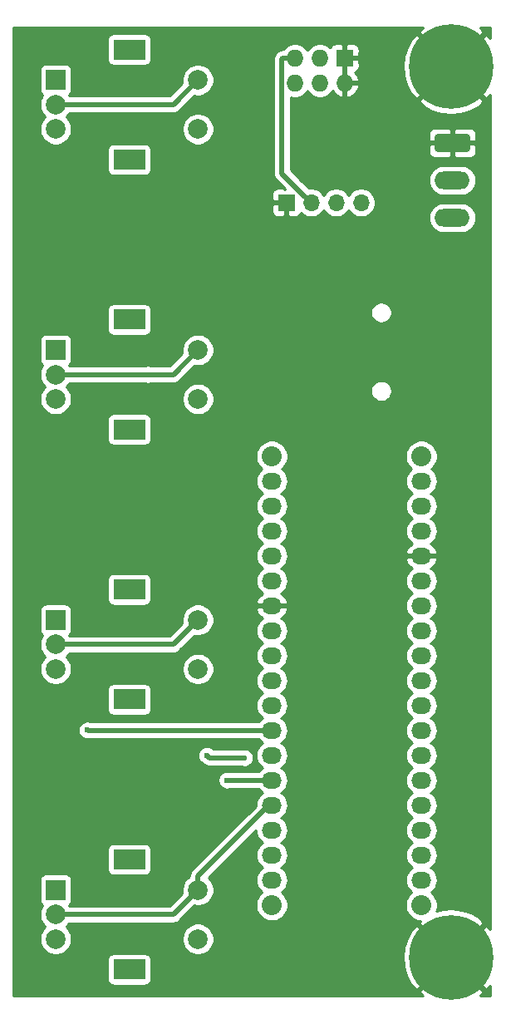
<source format=gbr>
%TF.GenerationSoftware,KiCad,Pcbnew,(5.1.6)-1*%
%TF.CreationDate,2020-07-26T07:53:41+08:00*%
%TF.ProjectId,rot-kb,726f742d-6b62-42e6-9b69-6361645f7063,rev?*%
%TF.SameCoordinates,Original*%
%TF.FileFunction,Copper,L2,Bot*%
%TF.FilePolarity,Positive*%
%FSLAX46Y46*%
G04 Gerber Fmt 4.6, Leading zero omitted, Abs format (unit mm)*
G04 Created by KiCad (PCBNEW (5.1.6)-1) date 2020-07-26 07:53:41*
%MOMM*%
%LPD*%
G01*
G04 APERTURE LIST*
%TA.AperFunction,ComponentPad*%
%ADD10O,3.600000X1.800000*%
%TD*%
%TA.AperFunction,ComponentPad*%
%ADD11R,2.000000X2.000000*%
%TD*%
%TA.AperFunction,ComponentPad*%
%ADD12C,2.000000*%
%TD*%
%TA.AperFunction,ComponentPad*%
%ADD13R,3.200000X2.000000*%
%TD*%
%TA.AperFunction,ComponentPad*%
%ADD14C,0.900000*%
%TD*%
%TA.AperFunction,ComponentPad*%
%ADD15C,8.600000*%
%TD*%
%TA.AperFunction,ComponentPad*%
%ADD16O,1.700000X1.700000*%
%TD*%
%TA.AperFunction,ComponentPad*%
%ADD17R,1.700000X1.700000*%
%TD*%
%TA.AperFunction,ComponentPad*%
%ADD18O,1.727200X1.727200*%
%TD*%
%TA.AperFunction,ComponentPad*%
%ADD19R,1.727200X1.727200*%
%TD*%
%TA.AperFunction,ComponentPad*%
%ADD20O,2.032000X1.727200*%
%TD*%
%TA.AperFunction,ComponentPad*%
%ADD21C,2.032000*%
%TD*%
%TA.AperFunction,ViaPad*%
%ADD22C,0.600000*%
%TD*%
%TA.AperFunction,Conductor*%
%ADD23C,0.500000*%
%TD*%
%TA.AperFunction,Conductor*%
%ADD24C,0.254000*%
%TD*%
G04 APERTURE END LIST*
D10*
%TO.P,J3,3*%
%TO.N,+3V3*%
X155430000Y-44030000D03*
%TO.P,J3,2*%
%TO.N,/Vin*%
X155430000Y-40220000D03*
%TO.P,J3,1*%
%TO.N,GND*%
%TA.AperFunction,ComponentPad*%
G36*
G01*
X153880000Y-35510000D02*
X156980000Y-35510000D01*
G75*
G02*
X157230000Y-35760000I0J-250000D01*
G01*
X157230000Y-37060000D01*
G75*
G02*
X156980000Y-37310000I-250000J0D01*
G01*
X153880000Y-37310000D01*
G75*
G02*
X153630000Y-37060000I0J250000D01*
G01*
X153630000Y-35760000D01*
G75*
G02*
X153880000Y-35510000I250000J0D01*
G01*
G37*
%TD.AperFunction*%
%TD*%
D11*
%TO.P,SW4,A*%
%TO.N,Net-(D5-Pad1)*%
X115000000Y-30000000D03*
D12*
%TO.P,SW4,C*%
%TO.N,ecn3*%
X115000000Y-32500000D03*
%TO.P,SW4,B*%
%TO.N,Net-(D6-Pad1)*%
X115000000Y-35000000D03*
D13*
%TO.P,SW4,MP*%
%TO.N,N/C*%
X122500000Y-26900000D03*
X122500000Y-38100000D03*
D12*
%TO.P,SW4,S2*%
%TO.N,ecn3*%
X129500000Y-30000000D03*
%TO.P,SW4,S1*%
%TO.N,Net-(D11-Pad1)*%
X129500000Y-35000000D03*
%TD*%
D11*
%TO.P,SW3,A*%
%TO.N,Net-(D3-Pad1)*%
X115000000Y-85000000D03*
D12*
%TO.P,SW3,C*%
%TO.N,ecn2*%
X115000000Y-87500000D03*
%TO.P,SW3,B*%
%TO.N,Net-(D4-Pad1)*%
X115000000Y-90000000D03*
D13*
%TO.P,SW3,MP*%
%TO.N,N/C*%
X122500000Y-81900000D03*
X122500000Y-93100000D03*
D12*
%TO.P,SW3,S2*%
%TO.N,ecn2*%
X129500000Y-85000000D03*
%TO.P,SW3,S1*%
%TO.N,Net-(D10-Pad1)*%
X129500000Y-90000000D03*
%TD*%
D11*
%TO.P,SW2,A*%
%TO.N,Net-(D1-Pad1)*%
X115000000Y-57500000D03*
D12*
%TO.P,SW2,C*%
%TO.N,ecn4*%
X115000000Y-60000000D03*
%TO.P,SW2,B*%
%TO.N,Net-(D2-Pad1)*%
X115000000Y-62500000D03*
D13*
%TO.P,SW2,MP*%
%TO.N,N/C*%
X122500000Y-54400000D03*
X122500000Y-65600000D03*
D12*
%TO.P,SW2,S2*%
%TO.N,ecn4*%
X129500000Y-57500000D03*
%TO.P,SW2,S1*%
%TO.N,Net-(D9-Pad1)*%
X129500000Y-62500000D03*
%TD*%
D14*
%TO.P,H2,1*%
%TO.N,GND*%
X157620419Y-117099581D03*
X155340000Y-116155000D03*
X153059581Y-117099581D03*
X152115000Y-119380000D03*
X153059581Y-121660419D03*
X155340000Y-122605000D03*
X157620419Y-121660419D03*
X158565000Y-119380000D03*
D15*
X155340000Y-119380000D03*
%TD*%
D14*
%TO.P,H1,1*%
%TO.N,GND*%
X157620419Y-26339581D03*
X155340000Y-25395000D03*
X153059581Y-26339581D03*
X152115000Y-28620000D03*
X153059581Y-30900419D03*
X155340000Y-31845000D03*
X157620419Y-30900419D03*
X158565000Y-28620000D03*
D15*
X155340000Y-28620000D03*
%TD*%
D11*
%TO.P,SW1,A*%
%TO.N,Net-(D7-Pad1)*%
X115000000Y-112500000D03*
D12*
%TO.P,SW1,C*%
%TO.N,ecn1*%
X115000000Y-115000000D03*
%TO.P,SW1,B*%
%TO.N,Net-(D8-Pad1)*%
X115000000Y-117500000D03*
D13*
%TO.P,SW1,MP*%
%TO.N,N/C*%
X122500000Y-109400000D03*
X122500000Y-120600000D03*
D12*
%TO.P,SW1,S2*%
%TO.N,ecn1*%
X129500000Y-112500000D03*
%TO.P,SW1,S1*%
%TO.N,Net-(D12-Pad1)*%
X129500000Y-117500000D03*
%TD*%
D16*
%TO.P,J2,4*%
%TO.N,SDA*%
X146120000Y-42500000D03*
%TO.P,J2,3*%
%TO.N,SCL*%
X143580000Y-42500000D03*
%TO.P,J2,2*%
%TO.N,+3V3*%
X141040000Y-42500000D03*
D17*
%TO.P,J2,1*%
%TO.N,GND*%
X138500000Y-42500000D03*
%TD*%
D18*
%TO.P,J1,6*%
%TO.N,SCL*%
X139370000Y-30310000D03*
%TO.P,J1,5*%
%TO.N,+3V3*%
X139370000Y-27770000D03*
%TO.P,J1,4*%
%TO.N,SDA*%
X141910000Y-30310000D03*
%TO.P,J1,3*%
%TO.N,/Vin*%
X141910000Y-27770000D03*
%TO.P,J1,2*%
%TO.N,GND*%
X144450000Y-30310000D03*
D19*
%TO.P,J1,1*%
X144450000Y-27770000D03*
%TD*%
D20*
%TO.P,P1,1*%
%TO.N,MOSI*%
X137033000Y-70866000D03*
%TO.P,P1,2*%
%TO.N,CS*%
X137033000Y-73406000D03*
%TO.P,P1,3*%
%TO.N,/1(Tx1)*%
X137033000Y-75946000D03*
%TO.P,P1,4*%
%TO.N,/0(Rx1)*%
X137033000Y-78486000D03*
%TO.P,P1,5*%
%TO.N,Net-(P1-Pad5)*%
X137033000Y-81026000D03*
%TO.P,P1,6*%
%TO.N,GND*%
X137033000Y-83566000D03*
%TO.P,P1,7*%
%TO.N,SDA*%
X137033000Y-86106000D03*
%TO.P,P1,8*%
%TO.N,SCL*%
X137033000Y-88646000D03*
%TO.P,P1,9*%
%TO.N,rbus-a*%
X137033000Y-91186000D03*
%TO.P,P1,10*%
%TO.N,/5(\u002A\u002A)*%
X137033000Y-93726000D03*
%TO.P,P1,11*%
%TO.N,rbus-b*%
X137033000Y-96266000D03*
%TO.P,P1,12*%
%TO.N,/7*%
X137033000Y-98806000D03*
%TO.P,P1,13*%
%TO.N,rbus-s*%
X137033000Y-101346000D03*
%TO.P,P1,14*%
%TO.N,ecn1*%
X137033000Y-103886000D03*
%TO.P,P1,15*%
%TO.N,ecn2*%
X137033000Y-106426000D03*
%TO.P,P1,16*%
%TO.N,ecn4*%
X137033000Y-108966000D03*
%TO.P,P1,17*%
%TO.N,ecn3*%
X137033000Y-111506000D03*
%TD*%
%TO.P,P2,1*%
%TO.N,SCK*%
X152273000Y-70866000D03*
%TO.P,P2,2*%
%TO.N,MISO*%
X152273000Y-73406000D03*
%TO.P,P2,3*%
%TO.N,/Vin*%
X152273000Y-75946000D03*
%TO.P,P2,4*%
%TO.N,GND*%
X152273000Y-78486000D03*
%TO.P,P2,5*%
%TO.N,Net-(P2-Pad5)*%
X152273000Y-81026000D03*
%TO.P,P2,6*%
%TO.N,+5V*%
X152273000Y-83566000D03*
%TO.P,P2,7*%
%TO.N,Net-(P2-Pad7)*%
X152273000Y-86106000D03*
%TO.P,P2,8*%
%TO.N,Net-(P2-Pad8)*%
X152273000Y-88646000D03*
%TO.P,P2,9*%
%TO.N,/A5*%
X152273000Y-91186000D03*
%TO.P,P2,10*%
%TO.N,/A4*%
X152273000Y-93726000D03*
%TO.P,P2,11*%
%TO.N,/A3*%
X152273000Y-96266000D03*
%TO.P,P2,12*%
%TO.N,/A2*%
X152273000Y-98806000D03*
%TO.P,P2,13*%
%TO.N,/A1*%
X152273000Y-101346000D03*
%TO.P,P2,14*%
%TO.N,/A0*%
X152273000Y-103886000D03*
%TO.P,P2,15*%
%TO.N,/AREF*%
X152273000Y-106426000D03*
%TO.P,P2,16*%
%TO.N,+3V3*%
X152273000Y-108966000D03*
%TO.P,P2,17*%
%TO.N,/13(\u002A\u002A)*%
X152273000Y-111506000D03*
%TD*%
D21*
%TO.P,P3,1*%
%TO.N,Net-(P3-Pad1)*%
X137033000Y-68326000D03*
%TD*%
%TO.P,P4,1*%
%TO.N,Net-(P4-Pad1)*%
X137033000Y-114046000D03*
%TD*%
%TO.P,P5,1*%
%TO.N,Net-(P5-Pad1)*%
X152273000Y-114046000D03*
%TD*%
%TO.P,P6,1*%
%TO.N,Net-(P6-Pad1)*%
X152273000Y-68326000D03*
%TD*%
D22*
%TO.N,GND*%
X138780000Y-65850000D03*
X136350000Y-56730000D03*
X136730000Y-49800000D03*
X149850000Y-48790000D03*
X150000000Y-64670000D03*
X138990000Y-60200000D03*
%TO.N,rbus-b*%
X118230000Y-96220000D03*
%TO.N,rbus-s*%
X132460000Y-101320000D03*
%TO.N,ecn2*%
X134260000Y-99040000D03*
X130400000Y-98800000D03*
%TO.N,ecn4*%
X124400000Y-60000000D03*
%TD*%
D23*
%TO.N,GND*%
X155136401Y-29056401D02*
X156000000Y-29920000D01*
%TO.N,+3V3*%
X138056399Y-27862287D02*
X138056399Y-39516399D01*
X140190001Y-41650001D02*
X141040000Y-42500000D01*
X138056399Y-39516399D02*
X140190001Y-41650001D01*
X138148686Y-27770000D02*
X138056399Y-27862287D01*
X139370000Y-27770000D02*
X138148686Y-27770000D01*
%TO.N,rbus-b*%
X137033000Y-96266000D02*
X118276000Y-96266000D01*
X118276000Y-96266000D02*
X118230000Y-96220000D01*
%TO.N,rbus-s*%
X137033000Y-101346000D02*
X132486000Y-101346000D01*
X132486000Y-101346000D02*
X132460000Y-101320000D01*
%TO.N,ecn1*%
X127000000Y-115000000D02*
X129500000Y-112500000D01*
X115000000Y-115000000D02*
X127000000Y-115000000D01*
X136699787Y-103886000D02*
X137033000Y-103886000D01*
X129500000Y-111085787D02*
X136699787Y-103886000D01*
X129500000Y-112500000D02*
X129500000Y-111085787D01*
%TO.N,ecn2*%
X127000000Y-87500000D02*
X129500000Y-85000000D01*
X115000000Y-87500000D02*
X127000000Y-87500000D01*
X130640000Y-99040000D02*
X130400000Y-98800000D01*
X133730000Y-99040000D02*
X130640000Y-99040000D01*
X134260000Y-99040000D02*
X133730000Y-99040000D01*
%TO.N,ecn3*%
X127000000Y-32500000D02*
X129500000Y-30000000D01*
X115000000Y-32500000D02*
X127000000Y-32500000D01*
%TO.N,ecn4*%
X127000000Y-60000000D02*
X129500000Y-57500000D01*
X124400000Y-60000000D02*
X127000000Y-60000000D01*
X115000000Y-60000000D02*
X124400000Y-60000000D01*
%TD*%
D24*
%TO.N,GND*%
G36*
X152036787Y-25137182D02*
G01*
X155340000Y-28440395D01*
X158643213Y-25137182D01*
X158273739Y-24685000D01*
X159315001Y-24685000D01*
X159315001Y-25718945D01*
X158822818Y-25316787D01*
X155519605Y-28620000D01*
X158822818Y-31923213D01*
X159315001Y-31521055D01*
X159315000Y-116478944D01*
X158822818Y-116076787D01*
X155519605Y-119380000D01*
X158822818Y-122683213D01*
X159315000Y-122281056D01*
X159315000Y-123315000D01*
X158273739Y-123315000D01*
X158643213Y-122862818D01*
X155340000Y-119559605D01*
X152036787Y-122862818D01*
X152406261Y-123315000D01*
X110685000Y-123315000D01*
X110685000Y-119600000D01*
X120261928Y-119600000D01*
X120261928Y-121600000D01*
X120274188Y-121724482D01*
X120310498Y-121844180D01*
X120369463Y-121954494D01*
X120448815Y-122051185D01*
X120545506Y-122130537D01*
X120655820Y-122189502D01*
X120775518Y-122225812D01*
X120900000Y-122238072D01*
X124100000Y-122238072D01*
X124224482Y-122225812D01*
X124344180Y-122189502D01*
X124454494Y-122130537D01*
X124551185Y-122051185D01*
X124630537Y-121954494D01*
X124689502Y-121844180D01*
X124725812Y-121724482D01*
X124738072Y-121600000D01*
X124738072Y-119600000D01*
X124725812Y-119475518D01*
X124689502Y-119355820D01*
X124666230Y-119312281D01*
X150381586Y-119312281D01*
X150463649Y-120280921D01*
X150733107Y-121214938D01*
X151179606Y-122078440D01*
X151254851Y-122191054D01*
X151857182Y-122683213D01*
X155160395Y-119380000D01*
X151857182Y-116076787D01*
X151254851Y-116568946D01*
X150784937Y-117419933D01*
X150490071Y-118346243D01*
X150381586Y-119312281D01*
X124666230Y-119312281D01*
X124630537Y-119245506D01*
X124551185Y-119148815D01*
X124454494Y-119069463D01*
X124344180Y-119010498D01*
X124224482Y-118974188D01*
X124100000Y-118961928D01*
X120900000Y-118961928D01*
X120775518Y-118974188D01*
X120655820Y-119010498D01*
X120545506Y-119069463D01*
X120448815Y-119148815D01*
X120369463Y-119245506D01*
X120310498Y-119355820D01*
X120274188Y-119475518D01*
X120261928Y-119600000D01*
X110685000Y-119600000D01*
X110685000Y-111500000D01*
X113361928Y-111500000D01*
X113361928Y-113500000D01*
X113374188Y-113624482D01*
X113410498Y-113744180D01*
X113469463Y-113854494D01*
X113548815Y-113951185D01*
X113645506Y-114030537D01*
X113671937Y-114044665D01*
X113551082Y-114225537D01*
X113427832Y-114523088D01*
X113365000Y-114838967D01*
X113365000Y-115161033D01*
X113427832Y-115476912D01*
X113551082Y-115774463D01*
X113730013Y-116042252D01*
X113937761Y-116250000D01*
X113730013Y-116457748D01*
X113551082Y-116725537D01*
X113427832Y-117023088D01*
X113365000Y-117338967D01*
X113365000Y-117661033D01*
X113427832Y-117976912D01*
X113551082Y-118274463D01*
X113730013Y-118542252D01*
X113957748Y-118769987D01*
X114225537Y-118948918D01*
X114523088Y-119072168D01*
X114838967Y-119135000D01*
X115161033Y-119135000D01*
X115476912Y-119072168D01*
X115774463Y-118948918D01*
X116042252Y-118769987D01*
X116269987Y-118542252D01*
X116448918Y-118274463D01*
X116572168Y-117976912D01*
X116635000Y-117661033D01*
X116635000Y-117338967D01*
X127865000Y-117338967D01*
X127865000Y-117661033D01*
X127927832Y-117976912D01*
X128051082Y-118274463D01*
X128230013Y-118542252D01*
X128457748Y-118769987D01*
X128725537Y-118948918D01*
X129023088Y-119072168D01*
X129338967Y-119135000D01*
X129661033Y-119135000D01*
X129976912Y-119072168D01*
X130274463Y-118948918D01*
X130542252Y-118769987D01*
X130769987Y-118542252D01*
X130948918Y-118274463D01*
X131072168Y-117976912D01*
X131135000Y-117661033D01*
X131135000Y-117338967D01*
X131072168Y-117023088D01*
X130948918Y-116725537D01*
X130769987Y-116457748D01*
X130542252Y-116230013D01*
X130274463Y-116051082D01*
X129976912Y-115927832D01*
X129661033Y-115865000D01*
X129338967Y-115865000D01*
X129023088Y-115927832D01*
X128725537Y-116051082D01*
X128457748Y-116230013D01*
X128230013Y-116457748D01*
X128051082Y-116725537D01*
X127927832Y-117023088D01*
X127865000Y-117338967D01*
X116635000Y-117338967D01*
X116572168Y-117023088D01*
X116448918Y-116725537D01*
X116269987Y-116457748D01*
X116062239Y-116250000D01*
X116269987Y-116042252D01*
X116375059Y-115885000D01*
X126956531Y-115885000D01*
X127000000Y-115889281D01*
X127043469Y-115885000D01*
X127043477Y-115885000D01*
X127173490Y-115872195D01*
X127340313Y-115821589D01*
X127494059Y-115739411D01*
X127628817Y-115628817D01*
X127656534Y-115595044D01*
X129153475Y-114098104D01*
X129338967Y-114135000D01*
X129661033Y-114135000D01*
X129976912Y-114072168D01*
X130274463Y-113948918D01*
X130542252Y-113769987D01*
X130769987Y-113542252D01*
X130948918Y-113274463D01*
X131072168Y-112976912D01*
X131135000Y-112661033D01*
X131135000Y-112338967D01*
X131072168Y-112023088D01*
X130948918Y-111725537D01*
X130769987Y-111457748D01*
X130574802Y-111262563D01*
X135378032Y-106459334D01*
X135403684Y-106719777D01*
X135489375Y-107002264D01*
X135628531Y-107262606D01*
X135815803Y-107490797D01*
X136043994Y-107678069D01*
X136077540Y-107696000D01*
X136043994Y-107713931D01*
X135815803Y-107901203D01*
X135628531Y-108129394D01*
X135489375Y-108389736D01*
X135403684Y-108672223D01*
X135374749Y-108966000D01*
X135403684Y-109259777D01*
X135489375Y-109542264D01*
X135628531Y-109802606D01*
X135815803Y-110030797D01*
X136043994Y-110218069D01*
X136077540Y-110236000D01*
X136043994Y-110253931D01*
X135815803Y-110441203D01*
X135628531Y-110669394D01*
X135489375Y-110929736D01*
X135403684Y-111212223D01*
X135374749Y-111506000D01*
X135403684Y-111799777D01*
X135489375Y-112082264D01*
X135628531Y-112342606D01*
X135815803Y-112570797D01*
X136019226Y-112737742D01*
X135980549Y-112763585D01*
X135750585Y-112993549D01*
X135569903Y-113263958D01*
X135445447Y-113564421D01*
X135382000Y-113883391D01*
X135382000Y-114208609D01*
X135445447Y-114527579D01*
X135569903Y-114828042D01*
X135750585Y-115098451D01*
X135980549Y-115328415D01*
X136250958Y-115509097D01*
X136551421Y-115633553D01*
X136870391Y-115697000D01*
X137195609Y-115697000D01*
X137514579Y-115633553D01*
X137815042Y-115509097D01*
X138085451Y-115328415D01*
X138315415Y-115098451D01*
X138496097Y-114828042D01*
X138620553Y-114527579D01*
X138684000Y-114208609D01*
X138684000Y-113883391D01*
X138620553Y-113564421D01*
X138496097Y-113263958D01*
X138315415Y-112993549D01*
X138085451Y-112763585D01*
X138046774Y-112737742D01*
X138250197Y-112570797D01*
X138437469Y-112342606D01*
X138576625Y-112082264D01*
X138662316Y-111799777D01*
X138691251Y-111506000D01*
X138662316Y-111212223D01*
X138576625Y-110929736D01*
X138437469Y-110669394D01*
X138250197Y-110441203D01*
X138022006Y-110253931D01*
X137988460Y-110236000D01*
X138022006Y-110218069D01*
X138250197Y-110030797D01*
X138437469Y-109802606D01*
X138576625Y-109542264D01*
X138662316Y-109259777D01*
X138691251Y-108966000D01*
X138662316Y-108672223D01*
X138576625Y-108389736D01*
X138437469Y-108129394D01*
X138250197Y-107901203D01*
X138022006Y-107713931D01*
X137988460Y-107696000D01*
X138022006Y-107678069D01*
X138250197Y-107490797D01*
X138437469Y-107262606D01*
X138576625Y-107002264D01*
X138662316Y-106719777D01*
X138691251Y-106426000D01*
X138662316Y-106132223D01*
X138576625Y-105849736D01*
X138437469Y-105589394D01*
X138250197Y-105361203D01*
X138022006Y-105173931D01*
X137988460Y-105156000D01*
X138022006Y-105138069D01*
X138250197Y-104950797D01*
X138437469Y-104722606D01*
X138576625Y-104462264D01*
X138662316Y-104179777D01*
X138691251Y-103886000D01*
X138662316Y-103592223D01*
X138576625Y-103309736D01*
X138437469Y-103049394D01*
X138250197Y-102821203D01*
X138022006Y-102633931D01*
X137988460Y-102616000D01*
X138022006Y-102598069D01*
X138250197Y-102410797D01*
X138437469Y-102182606D01*
X138576625Y-101922264D01*
X138662316Y-101639777D01*
X138691251Y-101346000D01*
X138662316Y-101052223D01*
X138576625Y-100769736D01*
X138437469Y-100509394D01*
X138250197Y-100281203D01*
X138022006Y-100093931D01*
X137988460Y-100076000D01*
X138022006Y-100058069D01*
X138250197Y-99870797D01*
X138437469Y-99642606D01*
X138576625Y-99382264D01*
X138662316Y-99099777D01*
X138691251Y-98806000D01*
X138662316Y-98512223D01*
X138576625Y-98229736D01*
X138437469Y-97969394D01*
X138250197Y-97741203D01*
X138022006Y-97553931D01*
X137988460Y-97536000D01*
X138022006Y-97518069D01*
X138250197Y-97330797D01*
X138437469Y-97102606D01*
X138576625Y-96842264D01*
X138662316Y-96559777D01*
X138691251Y-96266000D01*
X138662316Y-95972223D01*
X138576625Y-95689736D01*
X138437469Y-95429394D01*
X138250197Y-95201203D01*
X138022006Y-95013931D01*
X137988460Y-94996000D01*
X138022006Y-94978069D01*
X138250197Y-94790797D01*
X138437469Y-94562606D01*
X138576625Y-94302264D01*
X138662316Y-94019777D01*
X138691251Y-93726000D01*
X138662316Y-93432223D01*
X138576625Y-93149736D01*
X138437469Y-92889394D01*
X138250197Y-92661203D01*
X138022006Y-92473931D01*
X137988460Y-92456000D01*
X138022006Y-92438069D01*
X138250197Y-92250797D01*
X138437469Y-92022606D01*
X138576625Y-91762264D01*
X138662316Y-91479777D01*
X138691251Y-91186000D01*
X138662316Y-90892223D01*
X138576625Y-90609736D01*
X138437469Y-90349394D01*
X138250197Y-90121203D01*
X138022006Y-89933931D01*
X137988460Y-89916000D01*
X138022006Y-89898069D01*
X138250197Y-89710797D01*
X138437469Y-89482606D01*
X138576625Y-89222264D01*
X138662316Y-88939777D01*
X138691251Y-88646000D01*
X138662316Y-88352223D01*
X138576625Y-88069736D01*
X138437469Y-87809394D01*
X138250197Y-87581203D01*
X138022006Y-87393931D01*
X137988460Y-87376000D01*
X138022006Y-87358069D01*
X138250197Y-87170797D01*
X138437469Y-86942606D01*
X138576625Y-86682264D01*
X138662316Y-86399777D01*
X138691251Y-86106000D01*
X138662316Y-85812223D01*
X138576625Y-85529736D01*
X138437469Y-85269394D01*
X138250197Y-85041203D01*
X138022006Y-84853931D01*
X137982053Y-84832576D01*
X138184729Y-84684486D01*
X138383733Y-84468035D01*
X138536686Y-84216919D01*
X138637709Y-83940789D01*
X138640358Y-83925026D01*
X138519217Y-83693000D01*
X137160000Y-83693000D01*
X137160000Y-83713000D01*
X136906000Y-83713000D01*
X136906000Y-83693000D01*
X135546783Y-83693000D01*
X135425642Y-83925026D01*
X135428291Y-83940789D01*
X135529314Y-84216919D01*
X135682267Y-84468035D01*
X135881271Y-84684486D01*
X136083947Y-84832576D01*
X136043994Y-84853931D01*
X135815803Y-85041203D01*
X135628531Y-85269394D01*
X135489375Y-85529736D01*
X135403684Y-85812223D01*
X135374749Y-86106000D01*
X135403684Y-86399777D01*
X135489375Y-86682264D01*
X135628531Y-86942606D01*
X135815803Y-87170797D01*
X136043994Y-87358069D01*
X136077540Y-87376000D01*
X136043994Y-87393931D01*
X135815803Y-87581203D01*
X135628531Y-87809394D01*
X135489375Y-88069736D01*
X135403684Y-88352223D01*
X135374749Y-88646000D01*
X135403684Y-88939777D01*
X135489375Y-89222264D01*
X135628531Y-89482606D01*
X135815803Y-89710797D01*
X136043994Y-89898069D01*
X136077540Y-89916000D01*
X136043994Y-89933931D01*
X135815803Y-90121203D01*
X135628531Y-90349394D01*
X135489375Y-90609736D01*
X135403684Y-90892223D01*
X135374749Y-91186000D01*
X135403684Y-91479777D01*
X135489375Y-91762264D01*
X135628531Y-92022606D01*
X135815803Y-92250797D01*
X136043994Y-92438069D01*
X136077540Y-92456000D01*
X136043994Y-92473931D01*
X135815803Y-92661203D01*
X135628531Y-92889394D01*
X135489375Y-93149736D01*
X135403684Y-93432223D01*
X135374749Y-93726000D01*
X135403684Y-94019777D01*
X135489375Y-94302264D01*
X135628531Y-94562606D01*
X135815803Y-94790797D01*
X136043994Y-94978069D01*
X136077540Y-94996000D01*
X136043994Y-95013931D01*
X135815803Y-95201203D01*
X135668247Y-95381000D01*
X118647747Y-95381000D01*
X118502729Y-95320932D01*
X118322089Y-95285000D01*
X118137911Y-95285000D01*
X117957271Y-95320932D01*
X117787111Y-95391414D01*
X117633972Y-95493738D01*
X117503738Y-95623972D01*
X117401414Y-95777111D01*
X117330932Y-95947271D01*
X117295000Y-96127911D01*
X117295000Y-96312089D01*
X117330932Y-96492729D01*
X117401414Y-96662889D01*
X117503738Y-96816028D01*
X117633972Y-96946262D01*
X117787111Y-97048586D01*
X117957271Y-97119068D01*
X118137911Y-97155000D01*
X118273147Y-97155000D01*
X118276000Y-97155281D01*
X118278853Y-97155000D01*
X118322089Y-97155000D01*
X118342198Y-97151000D01*
X135668247Y-97151000D01*
X135815803Y-97330797D01*
X136043994Y-97518069D01*
X136077540Y-97536000D01*
X136043994Y-97553931D01*
X135815803Y-97741203D01*
X135628531Y-97969394D01*
X135489375Y-98229736D01*
X135403684Y-98512223D01*
X135374749Y-98806000D01*
X135403684Y-99099777D01*
X135489375Y-99382264D01*
X135628531Y-99642606D01*
X135815803Y-99870797D01*
X136043994Y-100058069D01*
X136077540Y-100076000D01*
X136043994Y-100093931D01*
X135815803Y-100281203D01*
X135668247Y-100461000D01*
X132829463Y-100461000D01*
X132732729Y-100420932D01*
X132552089Y-100385000D01*
X132367911Y-100385000D01*
X132187271Y-100420932D01*
X132017111Y-100491414D01*
X131863972Y-100593738D01*
X131733738Y-100723972D01*
X131631414Y-100877111D01*
X131560932Y-101047271D01*
X131525000Y-101227911D01*
X131525000Y-101412089D01*
X131560932Y-101592729D01*
X131631414Y-101762889D01*
X131733738Y-101916028D01*
X131863972Y-102046262D01*
X132017111Y-102148586D01*
X132187271Y-102219068D01*
X132367911Y-102255000D01*
X132552089Y-102255000D01*
X132672744Y-102231000D01*
X135668247Y-102231000D01*
X135815803Y-102410797D01*
X136043994Y-102598069D01*
X136077540Y-102616000D01*
X136043994Y-102633931D01*
X135815803Y-102821203D01*
X135628531Y-103049394D01*
X135489375Y-103309736D01*
X135403684Y-103592223D01*
X135374749Y-103886000D01*
X135381335Y-103952873D01*
X128904952Y-110429257D01*
X128871184Y-110456970D01*
X128843471Y-110490738D01*
X128843468Y-110490741D01*
X128760590Y-110591728D01*
X128678412Y-110745474D01*
X128627805Y-110912297D01*
X128610719Y-111085787D01*
X128614601Y-111125207D01*
X128457748Y-111230013D01*
X128230013Y-111457748D01*
X128051082Y-111725537D01*
X127927832Y-112023088D01*
X127865000Y-112338967D01*
X127865000Y-112661033D01*
X127901896Y-112846525D01*
X126633422Y-114115000D01*
X116375059Y-114115000D01*
X116328063Y-114044665D01*
X116354494Y-114030537D01*
X116451185Y-113951185D01*
X116530537Y-113854494D01*
X116589502Y-113744180D01*
X116625812Y-113624482D01*
X116638072Y-113500000D01*
X116638072Y-111500000D01*
X116625812Y-111375518D01*
X116589502Y-111255820D01*
X116530537Y-111145506D01*
X116451185Y-111048815D01*
X116354494Y-110969463D01*
X116244180Y-110910498D01*
X116124482Y-110874188D01*
X116000000Y-110861928D01*
X114000000Y-110861928D01*
X113875518Y-110874188D01*
X113755820Y-110910498D01*
X113645506Y-110969463D01*
X113548815Y-111048815D01*
X113469463Y-111145506D01*
X113410498Y-111255820D01*
X113374188Y-111375518D01*
X113361928Y-111500000D01*
X110685000Y-111500000D01*
X110685000Y-108400000D01*
X120261928Y-108400000D01*
X120261928Y-110400000D01*
X120274188Y-110524482D01*
X120310498Y-110644180D01*
X120369463Y-110754494D01*
X120448815Y-110851185D01*
X120545506Y-110930537D01*
X120655820Y-110989502D01*
X120775518Y-111025812D01*
X120900000Y-111038072D01*
X124100000Y-111038072D01*
X124224482Y-111025812D01*
X124344180Y-110989502D01*
X124454494Y-110930537D01*
X124551185Y-110851185D01*
X124630537Y-110754494D01*
X124689502Y-110644180D01*
X124725812Y-110524482D01*
X124738072Y-110400000D01*
X124738072Y-108400000D01*
X124725812Y-108275518D01*
X124689502Y-108155820D01*
X124630537Y-108045506D01*
X124551185Y-107948815D01*
X124454494Y-107869463D01*
X124344180Y-107810498D01*
X124224482Y-107774188D01*
X124100000Y-107761928D01*
X120900000Y-107761928D01*
X120775518Y-107774188D01*
X120655820Y-107810498D01*
X120545506Y-107869463D01*
X120448815Y-107948815D01*
X120369463Y-108045506D01*
X120310498Y-108155820D01*
X120274188Y-108275518D01*
X120261928Y-108400000D01*
X110685000Y-108400000D01*
X110685000Y-98707911D01*
X129465000Y-98707911D01*
X129465000Y-98892089D01*
X129500932Y-99072729D01*
X129571414Y-99242889D01*
X129673738Y-99396028D01*
X129803972Y-99526262D01*
X129957111Y-99628586D01*
X129989009Y-99641799D01*
X130011183Y-99668817D01*
X130145941Y-99779411D01*
X130299687Y-99861589D01*
X130466510Y-99912195D01*
X130596523Y-99925000D01*
X130596533Y-99925000D01*
X130639999Y-99929281D01*
X130683465Y-99925000D01*
X133953308Y-99925000D01*
X133987271Y-99939068D01*
X134167911Y-99975000D01*
X134352089Y-99975000D01*
X134532729Y-99939068D01*
X134702889Y-99868586D01*
X134856028Y-99766262D01*
X134986262Y-99636028D01*
X135088586Y-99482889D01*
X135159068Y-99312729D01*
X135195000Y-99132089D01*
X135195000Y-98947911D01*
X135159068Y-98767271D01*
X135088586Y-98597111D01*
X134986262Y-98443972D01*
X134856028Y-98313738D01*
X134702889Y-98211414D01*
X134532729Y-98140932D01*
X134352089Y-98105000D01*
X134167911Y-98105000D01*
X133987271Y-98140932D01*
X133953308Y-98155000D01*
X131077290Y-98155000D01*
X130996028Y-98073738D01*
X130842889Y-97971414D01*
X130672729Y-97900932D01*
X130492089Y-97865000D01*
X130307911Y-97865000D01*
X130127271Y-97900932D01*
X129957111Y-97971414D01*
X129803972Y-98073738D01*
X129673738Y-98203972D01*
X129571414Y-98357111D01*
X129500932Y-98527271D01*
X129465000Y-98707911D01*
X110685000Y-98707911D01*
X110685000Y-92100000D01*
X120261928Y-92100000D01*
X120261928Y-94100000D01*
X120274188Y-94224482D01*
X120310498Y-94344180D01*
X120369463Y-94454494D01*
X120448815Y-94551185D01*
X120545506Y-94630537D01*
X120655820Y-94689502D01*
X120775518Y-94725812D01*
X120900000Y-94738072D01*
X124100000Y-94738072D01*
X124224482Y-94725812D01*
X124344180Y-94689502D01*
X124454494Y-94630537D01*
X124551185Y-94551185D01*
X124630537Y-94454494D01*
X124689502Y-94344180D01*
X124725812Y-94224482D01*
X124738072Y-94100000D01*
X124738072Y-92100000D01*
X124725812Y-91975518D01*
X124689502Y-91855820D01*
X124630537Y-91745506D01*
X124551185Y-91648815D01*
X124454494Y-91569463D01*
X124344180Y-91510498D01*
X124224482Y-91474188D01*
X124100000Y-91461928D01*
X120900000Y-91461928D01*
X120775518Y-91474188D01*
X120655820Y-91510498D01*
X120545506Y-91569463D01*
X120448815Y-91648815D01*
X120369463Y-91745506D01*
X120310498Y-91855820D01*
X120274188Y-91975518D01*
X120261928Y-92100000D01*
X110685000Y-92100000D01*
X110685000Y-84000000D01*
X113361928Y-84000000D01*
X113361928Y-86000000D01*
X113374188Y-86124482D01*
X113410498Y-86244180D01*
X113469463Y-86354494D01*
X113548815Y-86451185D01*
X113645506Y-86530537D01*
X113671937Y-86544665D01*
X113551082Y-86725537D01*
X113427832Y-87023088D01*
X113365000Y-87338967D01*
X113365000Y-87661033D01*
X113427832Y-87976912D01*
X113551082Y-88274463D01*
X113730013Y-88542252D01*
X113937761Y-88750000D01*
X113730013Y-88957748D01*
X113551082Y-89225537D01*
X113427832Y-89523088D01*
X113365000Y-89838967D01*
X113365000Y-90161033D01*
X113427832Y-90476912D01*
X113551082Y-90774463D01*
X113730013Y-91042252D01*
X113957748Y-91269987D01*
X114225537Y-91448918D01*
X114523088Y-91572168D01*
X114838967Y-91635000D01*
X115161033Y-91635000D01*
X115476912Y-91572168D01*
X115774463Y-91448918D01*
X116042252Y-91269987D01*
X116269987Y-91042252D01*
X116448918Y-90774463D01*
X116572168Y-90476912D01*
X116635000Y-90161033D01*
X116635000Y-89838967D01*
X127865000Y-89838967D01*
X127865000Y-90161033D01*
X127927832Y-90476912D01*
X128051082Y-90774463D01*
X128230013Y-91042252D01*
X128457748Y-91269987D01*
X128725537Y-91448918D01*
X129023088Y-91572168D01*
X129338967Y-91635000D01*
X129661033Y-91635000D01*
X129976912Y-91572168D01*
X130274463Y-91448918D01*
X130542252Y-91269987D01*
X130769987Y-91042252D01*
X130948918Y-90774463D01*
X131072168Y-90476912D01*
X131135000Y-90161033D01*
X131135000Y-89838967D01*
X131072168Y-89523088D01*
X130948918Y-89225537D01*
X130769987Y-88957748D01*
X130542252Y-88730013D01*
X130274463Y-88551082D01*
X129976912Y-88427832D01*
X129661033Y-88365000D01*
X129338967Y-88365000D01*
X129023088Y-88427832D01*
X128725537Y-88551082D01*
X128457748Y-88730013D01*
X128230013Y-88957748D01*
X128051082Y-89225537D01*
X127927832Y-89523088D01*
X127865000Y-89838967D01*
X116635000Y-89838967D01*
X116572168Y-89523088D01*
X116448918Y-89225537D01*
X116269987Y-88957748D01*
X116062239Y-88750000D01*
X116269987Y-88542252D01*
X116375059Y-88385000D01*
X126956531Y-88385000D01*
X127000000Y-88389281D01*
X127043469Y-88385000D01*
X127043477Y-88385000D01*
X127173490Y-88372195D01*
X127340313Y-88321589D01*
X127494059Y-88239411D01*
X127628817Y-88128817D01*
X127656534Y-88095044D01*
X129153475Y-86598104D01*
X129338967Y-86635000D01*
X129661033Y-86635000D01*
X129976912Y-86572168D01*
X130274463Y-86448918D01*
X130542252Y-86269987D01*
X130769987Y-86042252D01*
X130948918Y-85774463D01*
X131072168Y-85476912D01*
X131135000Y-85161033D01*
X131135000Y-84838967D01*
X131072168Y-84523088D01*
X130948918Y-84225537D01*
X130769987Y-83957748D01*
X130542252Y-83730013D01*
X130274463Y-83551082D01*
X129976912Y-83427832D01*
X129661033Y-83365000D01*
X129338967Y-83365000D01*
X129023088Y-83427832D01*
X128725537Y-83551082D01*
X128457748Y-83730013D01*
X128230013Y-83957748D01*
X128051082Y-84225537D01*
X127927832Y-84523088D01*
X127865000Y-84838967D01*
X127865000Y-85161033D01*
X127901896Y-85346525D01*
X126633422Y-86615000D01*
X116375059Y-86615000D01*
X116328063Y-86544665D01*
X116354494Y-86530537D01*
X116451185Y-86451185D01*
X116530537Y-86354494D01*
X116589502Y-86244180D01*
X116625812Y-86124482D01*
X116638072Y-86000000D01*
X116638072Y-84000000D01*
X116625812Y-83875518D01*
X116589502Y-83755820D01*
X116530537Y-83645506D01*
X116451185Y-83548815D01*
X116354494Y-83469463D01*
X116244180Y-83410498D01*
X116124482Y-83374188D01*
X116000000Y-83361928D01*
X114000000Y-83361928D01*
X113875518Y-83374188D01*
X113755820Y-83410498D01*
X113645506Y-83469463D01*
X113548815Y-83548815D01*
X113469463Y-83645506D01*
X113410498Y-83755820D01*
X113374188Y-83875518D01*
X113361928Y-84000000D01*
X110685000Y-84000000D01*
X110685000Y-80900000D01*
X120261928Y-80900000D01*
X120261928Y-82900000D01*
X120274188Y-83024482D01*
X120310498Y-83144180D01*
X120369463Y-83254494D01*
X120448815Y-83351185D01*
X120545506Y-83430537D01*
X120655820Y-83489502D01*
X120775518Y-83525812D01*
X120900000Y-83538072D01*
X124100000Y-83538072D01*
X124224482Y-83525812D01*
X124344180Y-83489502D01*
X124454494Y-83430537D01*
X124551185Y-83351185D01*
X124630537Y-83254494D01*
X124689502Y-83144180D01*
X124725812Y-83024482D01*
X124738072Y-82900000D01*
X124738072Y-80900000D01*
X124725812Y-80775518D01*
X124689502Y-80655820D01*
X124630537Y-80545506D01*
X124551185Y-80448815D01*
X124454494Y-80369463D01*
X124344180Y-80310498D01*
X124224482Y-80274188D01*
X124100000Y-80261928D01*
X120900000Y-80261928D01*
X120775518Y-80274188D01*
X120655820Y-80310498D01*
X120545506Y-80369463D01*
X120448815Y-80448815D01*
X120369463Y-80545506D01*
X120310498Y-80655820D01*
X120274188Y-80775518D01*
X120261928Y-80900000D01*
X110685000Y-80900000D01*
X110685000Y-70866000D01*
X135374749Y-70866000D01*
X135403684Y-71159777D01*
X135489375Y-71442264D01*
X135628531Y-71702606D01*
X135815803Y-71930797D01*
X136043994Y-72118069D01*
X136077540Y-72136000D01*
X136043994Y-72153931D01*
X135815803Y-72341203D01*
X135628531Y-72569394D01*
X135489375Y-72829736D01*
X135403684Y-73112223D01*
X135374749Y-73406000D01*
X135403684Y-73699777D01*
X135489375Y-73982264D01*
X135628531Y-74242606D01*
X135815803Y-74470797D01*
X136043994Y-74658069D01*
X136077540Y-74676000D01*
X136043994Y-74693931D01*
X135815803Y-74881203D01*
X135628531Y-75109394D01*
X135489375Y-75369736D01*
X135403684Y-75652223D01*
X135374749Y-75946000D01*
X135403684Y-76239777D01*
X135489375Y-76522264D01*
X135628531Y-76782606D01*
X135815803Y-77010797D01*
X136043994Y-77198069D01*
X136077540Y-77216000D01*
X136043994Y-77233931D01*
X135815803Y-77421203D01*
X135628531Y-77649394D01*
X135489375Y-77909736D01*
X135403684Y-78192223D01*
X135374749Y-78486000D01*
X135403684Y-78779777D01*
X135489375Y-79062264D01*
X135628531Y-79322606D01*
X135815803Y-79550797D01*
X136043994Y-79738069D01*
X136077540Y-79756000D01*
X136043994Y-79773931D01*
X135815803Y-79961203D01*
X135628531Y-80189394D01*
X135489375Y-80449736D01*
X135403684Y-80732223D01*
X135374749Y-81026000D01*
X135403684Y-81319777D01*
X135489375Y-81602264D01*
X135628531Y-81862606D01*
X135815803Y-82090797D01*
X136043994Y-82278069D01*
X136083947Y-82299424D01*
X135881271Y-82447514D01*
X135682267Y-82663965D01*
X135529314Y-82915081D01*
X135428291Y-83191211D01*
X135425642Y-83206974D01*
X135546783Y-83439000D01*
X136906000Y-83439000D01*
X136906000Y-83419000D01*
X137160000Y-83419000D01*
X137160000Y-83439000D01*
X138519217Y-83439000D01*
X138640358Y-83206974D01*
X138637709Y-83191211D01*
X138536686Y-82915081D01*
X138383733Y-82663965D01*
X138184729Y-82447514D01*
X137982053Y-82299424D01*
X138022006Y-82278069D01*
X138250197Y-82090797D01*
X138437469Y-81862606D01*
X138576625Y-81602264D01*
X138662316Y-81319777D01*
X138691251Y-81026000D01*
X150614749Y-81026000D01*
X150643684Y-81319777D01*
X150729375Y-81602264D01*
X150868531Y-81862606D01*
X151055803Y-82090797D01*
X151283994Y-82278069D01*
X151317540Y-82296000D01*
X151283994Y-82313931D01*
X151055803Y-82501203D01*
X150868531Y-82729394D01*
X150729375Y-82989736D01*
X150643684Y-83272223D01*
X150614749Y-83566000D01*
X150643684Y-83859777D01*
X150729375Y-84142264D01*
X150868531Y-84402606D01*
X151055803Y-84630797D01*
X151283994Y-84818069D01*
X151317540Y-84836000D01*
X151283994Y-84853931D01*
X151055803Y-85041203D01*
X150868531Y-85269394D01*
X150729375Y-85529736D01*
X150643684Y-85812223D01*
X150614749Y-86106000D01*
X150643684Y-86399777D01*
X150729375Y-86682264D01*
X150868531Y-86942606D01*
X151055803Y-87170797D01*
X151283994Y-87358069D01*
X151317540Y-87376000D01*
X151283994Y-87393931D01*
X151055803Y-87581203D01*
X150868531Y-87809394D01*
X150729375Y-88069736D01*
X150643684Y-88352223D01*
X150614749Y-88646000D01*
X150643684Y-88939777D01*
X150729375Y-89222264D01*
X150868531Y-89482606D01*
X151055803Y-89710797D01*
X151283994Y-89898069D01*
X151317540Y-89916000D01*
X151283994Y-89933931D01*
X151055803Y-90121203D01*
X150868531Y-90349394D01*
X150729375Y-90609736D01*
X150643684Y-90892223D01*
X150614749Y-91186000D01*
X150643684Y-91479777D01*
X150729375Y-91762264D01*
X150868531Y-92022606D01*
X151055803Y-92250797D01*
X151283994Y-92438069D01*
X151317540Y-92456000D01*
X151283994Y-92473931D01*
X151055803Y-92661203D01*
X150868531Y-92889394D01*
X150729375Y-93149736D01*
X150643684Y-93432223D01*
X150614749Y-93726000D01*
X150643684Y-94019777D01*
X150729375Y-94302264D01*
X150868531Y-94562606D01*
X151055803Y-94790797D01*
X151283994Y-94978069D01*
X151317540Y-94996000D01*
X151283994Y-95013931D01*
X151055803Y-95201203D01*
X150868531Y-95429394D01*
X150729375Y-95689736D01*
X150643684Y-95972223D01*
X150614749Y-96266000D01*
X150643684Y-96559777D01*
X150729375Y-96842264D01*
X150868531Y-97102606D01*
X151055803Y-97330797D01*
X151283994Y-97518069D01*
X151317540Y-97536000D01*
X151283994Y-97553931D01*
X151055803Y-97741203D01*
X150868531Y-97969394D01*
X150729375Y-98229736D01*
X150643684Y-98512223D01*
X150614749Y-98806000D01*
X150643684Y-99099777D01*
X150729375Y-99382264D01*
X150868531Y-99642606D01*
X151055803Y-99870797D01*
X151283994Y-100058069D01*
X151317540Y-100076000D01*
X151283994Y-100093931D01*
X151055803Y-100281203D01*
X150868531Y-100509394D01*
X150729375Y-100769736D01*
X150643684Y-101052223D01*
X150614749Y-101346000D01*
X150643684Y-101639777D01*
X150729375Y-101922264D01*
X150868531Y-102182606D01*
X151055803Y-102410797D01*
X151283994Y-102598069D01*
X151317540Y-102616000D01*
X151283994Y-102633931D01*
X151055803Y-102821203D01*
X150868531Y-103049394D01*
X150729375Y-103309736D01*
X150643684Y-103592223D01*
X150614749Y-103886000D01*
X150643684Y-104179777D01*
X150729375Y-104462264D01*
X150868531Y-104722606D01*
X151055803Y-104950797D01*
X151283994Y-105138069D01*
X151317540Y-105156000D01*
X151283994Y-105173931D01*
X151055803Y-105361203D01*
X150868531Y-105589394D01*
X150729375Y-105849736D01*
X150643684Y-106132223D01*
X150614749Y-106426000D01*
X150643684Y-106719777D01*
X150729375Y-107002264D01*
X150868531Y-107262606D01*
X151055803Y-107490797D01*
X151283994Y-107678069D01*
X151317540Y-107696000D01*
X151283994Y-107713931D01*
X151055803Y-107901203D01*
X150868531Y-108129394D01*
X150729375Y-108389736D01*
X150643684Y-108672223D01*
X150614749Y-108966000D01*
X150643684Y-109259777D01*
X150729375Y-109542264D01*
X150868531Y-109802606D01*
X151055803Y-110030797D01*
X151283994Y-110218069D01*
X151317540Y-110236000D01*
X151283994Y-110253931D01*
X151055803Y-110441203D01*
X150868531Y-110669394D01*
X150729375Y-110929736D01*
X150643684Y-111212223D01*
X150614749Y-111506000D01*
X150643684Y-111799777D01*
X150729375Y-112082264D01*
X150868531Y-112342606D01*
X151055803Y-112570797D01*
X151259226Y-112737742D01*
X151220549Y-112763585D01*
X150990585Y-112993549D01*
X150809903Y-113263958D01*
X150685447Y-113564421D01*
X150622000Y-113883391D01*
X150622000Y-114208609D01*
X150685447Y-114527579D01*
X150809903Y-114828042D01*
X150990585Y-115098451D01*
X151220549Y-115328415D01*
X151490958Y-115509097D01*
X151791421Y-115633553D01*
X152110391Y-115697000D01*
X152200354Y-115697000D01*
X152036787Y-115897182D01*
X155340000Y-119200395D01*
X158643213Y-115897182D01*
X158151054Y-115294851D01*
X157300067Y-114824937D01*
X156373757Y-114530071D01*
X155407719Y-114421586D01*
X154439079Y-114503649D01*
X153793295Y-114689954D01*
X153860553Y-114527579D01*
X153924000Y-114208609D01*
X153924000Y-113883391D01*
X153860553Y-113564421D01*
X153736097Y-113263958D01*
X153555415Y-112993549D01*
X153325451Y-112763585D01*
X153286774Y-112737742D01*
X153490197Y-112570797D01*
X153677469Y-112342606D01*
X153816625Y-112082264D01*
X153902316Y-111799777D01*
X153931251Y-111506000D01*
X153902316Y-111212223D01*
X153816625Y-110929736D01*
X153677469Y-110669394D01*
X153490197Y-110441203D01*
X153262006Y-110253931D01*
X153228460Y-110236000D01*
X153262006Y-110218069D01*
X153490197Y-110030797D01*
X153677469Y-109802606D01*
X153816625Y-109542264D01*
X153902316Y-109259777D01*
X153931251Y-108966000D01*
X153902316Y-108672223D01*
X153816625Y-108389736D01*
X153677469Y-108129394D01*
X153490197Y-107901203D01*
X153262006Y-107713931D01*
X153228460Y-107696000D01*
X153262006Y-107678069D01*
X153490197Y-107490797D01*
X153677469Y-107262606D01*
X153816625Y-107002264D01*
X153902316Y-106719777D01*
X153931251Y-106426000D01*
X153902316Y-106132223D01*
X153816625Y-105849736D01*
X153677469Y-105589394D01*
X153490197Y-105361203D01*
X153262006Y-105173931D01*
X153228460Y-105156000D01*
X153262006Y-105138069D01*
X153490197Y-104950797D01*
X153677469Y-104722606D01*
X153816625Y-104462264D01*
X153902316Y-104179777D01*
X153931251Y-103886000D01*
X153902316Y-103592223D01*
X153816625Y-103309736D01*
X153677469Y-103049394D01*
X153490197Y-102821203D01*
X153262006Y-102633931D01*
X153228460Y-102616000D01*
X153262006Y-102598069D01*
X153490197Y-102410797D01*
X153677469Y-102182606D01*
X153816625Y-101922264D01*
X153902316Y-101639777D01*
X153931251Y-101346000D01*
X153902316Y-101052223D01*
X153816625Y-100769736D01*
X153677469Y-100509394D01*
X153490197Y-100281203D01*
X153262006Y-100093931D01*
X153228460Y-100076000D01*
X153262006Y-100058069D01*
X153490197Y-99870797D01*
X153677469Y-99642606D01*
X153816625Y-99382264D01*
X153902316Y-99099777D01*
X153931251Y-98806000D01*
X153902316Y-98512223D01*
X153816625Y-98229736D01*
X153677469Y-97969394D01*
X153490197Y-97741203D01*
X153262006Y-97553931D01*
X153228460Y-97536000D01*
X153262006Y-97518069D01*
X153490197Y-97330797D01*
X153677469Y-97102606D01*
X153816625Y-96842264D01*
X153902316Y-96559777D01*
X153931251Y-96266000D01*
X153902316Y-95972223D01*
X153816625Y-95689736D01*
X153677469Y-95429394D01*
X153490197Y-95201203D01*
X153262006Y-95013931D01*
X153228460Y-94996000D01*
X153262006Y-94978069D01*
X153490197Y-94790797D01*
X153677469Y-94562606D01*
X153816625Y-94302264D01*
X153902316Y-94019777D01*
X153931251Y-93726000D01*
X153902316Y-93432223D01*
X153816625Y-93149736D01*
X153677469Y-92889394D01*
X153490197Y-92661203D01*
X153262006Y-92473931D01*
X153228460Y-92456000D01*
X153262006Y-92438069D01*
X153490197Y-92250797D01*
X153677469Y-92022606D01*
X153816625Y-91762264D01*
X153902316Y-91479777D01*
X153931251Y-91186000D01*
X153902316Y-90892223D01*
X153816625Y-90609736D01*
X153677469Y-90349394D01*
X153490197Y-90121203D01*
X153262006Y-89933931D01*
X153228460Y-89916000D01*
X153262006Y-89898069D01*
X153490197Y-89710797D01*
X153677469Y-89482606D01*
X153816625Y-89222264D01*
X153902316Y-88939777D01*
X153931251Y-88646000D01*
X153902316Y-88352223D01*
X153816625Y-88069736D01*
X153677469Y-87809394D01*
X153490197Y-87581203D01*
X153262006Y-87393931D01*
X153228460Y-87376000D01*
X153262006Y-87358069D01*
X153490197Y-87170797D01*
X153677469Y-86942606D01*
X153816625Y-86682264D01*
X153902316Y-86399777D01*
X153931251Y-86106000D01*
X153902316Y-85812223D01*
X153816625Y-85529736D01*
X153677469Y-85269394D01*
X153490197Y-85041203D01*
X153262006Y-84853931D01*
X153228460Y-84836000D01*
X153262006Y-84818069D01*
X153490197Y-84630797D01*
X153677469Y-84402606D01*
X153816625Y-84142264D01*
X153902316Y-83859777D01*
X153931251Y-83566000D01*
X153902316Y-83272223D01*
X153816625Y-82989736D01*
X153677469Y-82729394D01*
X153490197Y-82501203D01*
X153262006Y-82313931D01*
X153228460Y-82296000D01*
X153262006Y-82278069D01*
X153490197Y-82090797D01*
X153677469Y-81862606D01*
X153816625Y-81602264D01*
X153902316Y-81319777D01*
X153931251Y-81026000D01*
X153902316Y-80732223D01*
X153816625Y-80449736D01*
X153677469Y-80189394D01*
X153490197Y-79961203D01*
X153262006Y-79773931D01*
X153222053Y-79752576D01*
X153424729Y-79604486D01*
X153623733Y-79388035D01*
X153776686Y-79136919D01*
X153877709Y-78860789D01*
X153880358Y-78845026D01*
X153759217Y-78613000D01*
X152400000Y-78613000D01*
X152400000Y-78633000D01*
X152146000Y-78633000D01*
X152146000Y-78613000D01*
X150786783Y-78613000D01*
X150665642Y-78845026D01*
X150668291Y-78860789D01*
X150769314Y-79136919D01*
X150922267Y-79388035D01*
X151121271Y-79604486D01*
X151323947Y-79752576D01*
X151283994Y-79773931D01*
X151055803Y-79961203D01*
X150868531Y-80189394D01*
X150729375Y-80449736D01*
X150643684Y-80732223D01*
X150614749Y-81026000D01*
X138691251Y-81026000D01*
X138662316Y-80732223D01*
X138576625Y-80449736D01*
X138437469Y-80189394D01*
X138250197Y-79961203D01*
X138022006Y-79773931D01*
X137988460Y-79756000D01*
X138022006Y-79738069D01*
X138250197Y-79550797D01*
X138437469Y-79322606D01*
X138576625Y-79062264D01*
X138662316Y-78779777D01*
X138691251Y-78486000D01*
X138662316Y-78192223D01*
X138576625Y-77909736D01*
X138437469Y-77649394D01*
X138250197Y-77421203D01*
X138022006Y-77233931D01*
X137988460Y-77216000D01*
X138022006Y-77198069D01*
X138250197Y-77010797D01*
X138437469Y-76782606D01*
X138576625Y-76522264D01*
X138662316Y-76239777D01*
X138691251Y-75946000D01*
X138662316Y-75652223D01*
X138576625Y-75369736D01*
X138437469Y-75109394D01*
X138250197Y-74881203D01*
X138022006Y-74693931D01*
X137988460Y-74676000D01*
X138022006Y-74658069D01*
X138250197Y-74470797D01*
X138437469Y-74242606D01*
X138576625Y-73982264D01*
X138662316Y-73699777D01*
X138691251Y-73406000D01*
X138662316Y-73112223D01*
X138576625Y-72829736D01*
X138437469Y-72569394D01*
X138250197Y-72341203D01*
X138022006Y-72153931D01*
X137988460Y-72136000D01*
X138022006Y-72118069D01*
X138250197Y-71930797D01*
X138437469Y-71702606D01*
X138576625Y-71442264D01*
X138662316Y-71159777D01*
X138691251Y-70866000D01*
X150614749Y-70866000D01*
X150643684Y-71159777D01*
X150729375Y-71442264D01*
X150868531Y-71702606D01*
X151055803Y-71930797D01*
X151283994Y-72118069D01*
X151317540Y-72136000D01*
X151283994Y-72153931D01*
X151055803Y-72341203D01*
X150868531Y-72569394D01*
X150729375Y-72829736D01*
X150643684Y-73112223D01*
X150614749Y-73406000D01*
X150643684Y-73699777D01*
X150729375Y-73982264D01*
X150868531Y-74242606D01*
X151055803Y-74470797D01*
X151283994Y-74658069D01*
X151317540Y-74676000D01*
X151283994Y-74693931D01*
X151055803Y-74881203D01*
X150868531Y-75109394D01*
X150729375Y-75369736D01*
X150643684Y-75652223D01*
X150614749Y-75946000D01*
X150643684Y-76239777D01*
X150729375Y-76522264D01*
X150868531Y-76782606D01*
X151055803Y-77010797D01*
X151283994Y-77198069D01*
X151323947Y-77219424D01*
X151121271Y-77367514D01*
X150922267Y-77583965D01*
X150769314Y-77835081D01*
X150668291Y-78111211D01*
X150665642Y-78126974D01*
X150786783Y-78359000D01*
X152146000Y-78359000D01*
X152146000Y-78339000D01*
X152400000Y-78339000D01*
X152400000Y-78359000D01*
X153759217Y-78359000D01*
X153880358Y-78126974D01*
X153877709Y-78111211D01*
X153776686Y-77835081D01*
X153623733Y-77583965D01*
X153424729Y-77367514D01*
X153222053Y-77219424D01*
X153262006Y-77198069D01*
X153490197Y-77010797D01*
X153677469Y-76782606D01*
X153816625Y-76522264D01*
X153902316Y-76239777D01*
X153931251Y-75946000D01*
X153902316Y-75652223D01*
X153816625Y-75369736D01*
X153677469Y-75109394D01*
X153490197Y-74881203D01*
X153262006Y-74693931D01*
X153228460Y-74676000D01*
X153262006Y-74658069D01*
X153490197Y-74470797D01*
X153677469Y-74242606D01*
X153816625Y-73982264D01*
X153902316Y-73699777D01*
X153931251Y-73406000D01*
X153902316Y-73112223D01*
X153816625Y-72829736D01*
X153677469Y-72569394D01*
X153490197Y-72341203D01*
X153262006Y-72153931D01*
X153228460Y-72136000D01*
X153262006Y-72118069D01*
X153490197Y-71930797D01*
X153677469Y-71702606D01*
X153816625Y-71442264D01*
X153902316Y-71159777D01*
X153931251Y-70866000D01*
X153902316Y-70572223D01*
X153816625Y-70289736D01*
X153677469Y-70029394D01*
X153490197Y-69801203D01*
X153286774Y-69634258D01*
X153325451Y-69608415D01*
X153555415Y-69378451D01*
X153736097Y-69108042D01*
X153860553Y-68807579D01*
X153924000Y-68488609D01*
X153924000Y-68163391D01*
X153860553Y-67844421D01*
X153736097Y-67543958D01*
X153555415Y-67273549D01*
X153325451Y-67043585D01*
X153055042Y-66862903D01*
X152754579Y-66738447D01*
X152435609Y-66675000D01*
X152110391Y-66675000D01*
X151791421Y-66738447D01*
X151490958Y-66862903D01*
X151220549Y-67043585D01*
X150990585Y-67273549D01*
X150809903Y-67543958D01*
X150685447Y-67844421D01*
X150622000Y-68163391D01*
X150622000Y-68488609D01*
X150685447Y-68807579D01*
X150809903Y-69108042D01*
X150990585Y-69378451D01*
X151220549Y-69608415D01*
X151259226Y-69634258D01*
X151055803Y-69801203D01*
X150868531Y-70029394D01*
X150729375Y-70289736D01*
X150643684Y-70572223D01*
X150614749Y-70866000D01*
X138691251Y-70866000D01*
X138662316Y-70572223D01*
X138576625Y-70289736D01*
X138437469Y-70029394D01*
X138250197Y-69801203D01*
X138046774Y-69634258D01*
X138085451Y-69608415D01*
X138315415Y-69378451D01*
X138496097Y-69108042D01*
X138620553Y-68807579D01*
X138684000Y-68488609D01*
X138684000Y-68163391D01*
X138620553Y-67844421D01*
X138496097Y-67543958D01*
X138315415Y-67273549D01*
X138085451Y-67043585D01*
X137815042Y-66862903D01*
X137514579Y-66738447D01*
X137195609Y-66675000D01*
X136870391Y-66675000D01*
X136551421Y-66738447D01*
X136250958Y-66862903D01*
X135980549Y-67043585D01*
X135750585Y-67273549D01*
X135569903Y-67543958D01*
X135445447Y-67844421D01*
X135382000Y-68163391D01*
X135382000Y-68488609D01*
X135445447Y-68807579D01*
X135569903Y-69108042D01*
X135750585Y-69378451D01*
X135980549Y-69608415D01*
X136019226Y-69634258D01*
X135815803Y-69801203D01*
X135628531Y-70029394D01*
X135489375Y-70289736D01*
X135403684Y-70572223D01*
X135374749Y-70866000D01*
X110685000Y-70866000D01*
X110685000Y-64600000D01*
X120261928Y-64600000D01*
X120261928Y-66600000D01*
X120274188Y-66724482D01*
X120310498Y-66844180D01*
X120369463Y-66954494D01*
X120448815Y-67051185D01*
X120545506Y-67130537D01*
X120655820Y-67189502D01*
X120775518Y-67225812D01*
X120900000Y-67238072D01*
X124100000Y-67238072D01*
X124224482Y-67225812D01*
X124344180Y-67189502D01*
X124454494Y-67130537D01*
X124551185Y-67051185D01*
X124630537Y-66954494D01*
X124689502Y-66844180D01*
X124725812Y-66724482D01*
X124738072Y-66600000D01*
X124738072Y-64600000D01*
X124725812Y-64475518D01*
X124689502Y-64355820D01*
X124630537Y-64245506D01*
X124551185Y-64148815D01*
X124454494Y-64069463D01*
X124344180Y-64010498D01*
X124224482Y-63974188D01*
X124100000Y-63961928D01*
X120900000Y-63961928D01*
X120775518Y-63974188D01*
X120655820Y-64010498D01*
X120545506Y-64069463D01*
X120448815Y-64148815D01*
X120369463Y-64245506D01*
X120310498Y-64355820D01*
X120274188Y-64475518D01*
X120261928Y-64600000D01*
X110685000Y-64600000D01*
X110685000Y-56500000D01*
X113361928Y-56500000D01*
X113361928Y-58500000D01*
X113374188Y-58624482D01*
X113410498Y-58744180D01*
X113469463Y-58854494D01*
X113548815Y-58951185D01*
X113645506Y-59030537D01*
X113671937Y-59044665D01*
X113551082Y-59225537D01*
X113427832Y-59523088D01*
X113365000Y-59838967D01*
X113365000Y-60161033D01*
X113427832Y-60476912D01*
X113551082Y-60774463D01*
X113730013Y-61042252D01*
X113937761Y-61250000D01*
X113730013Y-61457748D01*
X113551082Y-61725537D01*
X113427832Y-62023088D01*
X113365000Y-62338967D01*
X113365000Y-62661033D01*
X113427832Y-62976912D01*
X113551082Y-63274463D01*
X113730013Y-63542252D01*
X113957748Y-63769987D01*
X114225537Y-63948918D01*
X114523088Y-64072168D01*
X114838967Y-64135000D01*
X115161033Y-64135000D01*
X115476912Y-64072168D01*
X115774463Y-63948918D01*
X116042252Y-63769987D01*
X116269987Y-63542252D01*
X116448918Y-63274463D01*
X116572168Y-62976912D01*
X116635000Y-62661033D01*
X116635000Y-62338967D01*
X127865000Y-62338967D01*
X127865000Y-62661033D01*
X127927832Y-62976912D01*
X128051082Y-63274463D01*
X128230013Y-63542252D01*
X128457748Y-63769987D01*
X128725537Y-63948918D01*
X129023088Y-64072168D01*
X129338967Y-64135000D01*
X129661033Y-64135000D01*
X129976912Y-64072168D01*
X130274463Y-63948918D01*
X130542252Y-63769987D01*
X130769987Y-63542252D01*
X130948918Y-63274463D01*
X131072168Y-62976912D01*
X131135000Y-62661033D01*
X131135000Y-62338967D01*
X131072168Y-62023088D01*
X130948918Y-61725537D01*
X130847088Y-61573137D01*
X147085000Y-61573137D01*
X147085000Y-61786863D01*
X147126696Y-61996483D01*
X147208485Y-62193940D01*
X147327225Y-62371647D01*
X147478353Y-62522775D01*
X147656060Y-62641515D01*
X147853517Y-62723304D01*
X148063137Y-62765000D01*
X148276863Y-62765000D01*
X148486483Y-62723304D01*
X148683940Y-62641515D01*
X148861647Y-62522775D01*
X149012775Y-62371647D01*
X149131515Y-62193940D01*
X149213304Y-61996483D01*
X149255000Y-61786863D01*
X149255000Y-61573137D01*
X149213304Y-61363517D01*
X149131515Y-61166060D01*
X149012775Y-60988353D01*
X148861647Y-60837225D01*
X148683940Y-60718485D01*
X148486483Y-60636696D01*
X148276863Y-60595000D01*
X148063137Y-60595000D01*
X147853517Y-60636696D01*
X147656060Y-60718485D01*
X147478353Y-60837225D01*
X147327225Y-60988353D01*
X147208485Y-61166060D01*
X147126696Y-61363517D01*
X147085000Y-61573137D01*
X130847088Y-61573137D01*
X130769987Y-61457748D01*
X130542252Y-61230013D01*
X130274463Y-61051082D01*
X129976912Y-60927832D01*
X129661033Y-60865000D01*
X129338967Y-60865000D01*
X129023088Y-60927832D01*
X128725537Y-61051082D01*
X128457748Y-61230013D01*
X128230013Y-61457748D01*
X128051082Y-61725537D01*
X127927832Y-62023088D01*
X127865000Y-62338967D01*
X116635000Y-62338967D01*
X116572168Y-62023088D01*
X116448918Y-61725537D01*
X116269987Y-61457748D01*
X116062239Y-61250000D01*
X116269987Y-61042252D01*
X116375059Y-60885000D01*
X124093308Y-60885000D01*
X124127271Y-60899068D01*
X124307911Y-60935000D01*
X124492089Y-60935000D01*
X124672729Y-60899068D01*
X124706692Y-60885000D01*
X126956531Y-60885000D01*
X127000000Y-60889281D01*
X127043469Y-60885000D01*
X127043477Y-60885000D01*
X127173490Y-60872195D01*
X127340313Y-60821589D01*
X127494059Y-60739411D01*
X127628817Y-60628817D01*
X127656534Y-60595044D01*
X129153475Y-59098104D01*
X129338967Y-59135000D01*
X129661033Y-59135000D01*
X129976912Y-59072168D01*
X130274463Y-58948918D01*
X130542252Y-58769987D01*
X130769987Y-58542252D01*
X130948918Y-58274463D01*
X131072168Y-57976912D01*
X131135000Y-57661033D01*
X131135000Y-57338967D01*
X131072168Y-57023088D01*
X130948918Y-56725537D01*
X130769987Y-56457748D01*
X130542252Y-56230013D01*
X130274463Y-56051082D01*
X129976912Y-55927832D01*
X129661033Y-55865000D01*
X129338967Y-55865000D01*
X129023088Y-55927832D01*
X128725537Y-56051082D01*
X128457748Y-56230013D01*
X128230013Y-56457748D01*
X128051082Y-56725537D01*
X127927832Y-57023088D01*
X127865000Y-57338967D01*
X127865000Y-57661033D01*
X127901896Y-57846525D01*
X126633422Y-59115000D01*
X124706692Y-59115000D01*
X124672729Y-59100932D01*
X124492089Y-59065000D01*
X124307911Y-59065000D01*
X124127271Y-59100932D01*
X124093308Y-59115000D01*
X116375059Y-59115000D01*
X116328063Y-59044665D01*
X116354494Y-59030537D01*
X116451185Y-58951185D01*
X116530537Y-58854494D01*
X116589502Y-58744180D01*
X116625812Y-58624482D01*
X116638072Y-58500000D01*
X116638072Y-56500000D01*
X116625812Y-56375518D01*
X116589502Y-56255820D01*
X116530537Y-56145506D01*
X116451185Y-56048815D01*
X116354494Y-55969463D01*
X116244180Y-55910498D01*
X116124482Y-55874188D01*
X116000000Y-55861928D01*
X114000000Y-55861928D01*
X113875518Y-55874188D01*
X113755820Y-55910498D01*
X113645506Y-55969463D01*
X113548815Y-56048815D01*
X113469463Y-56145506D01*
X113410498Y-56255820D01*
X113374188Y-56375518D01*
X113361928Y-56500000D01*
X110685000Y-56500000D01*
X110685000Y-53400000D01*
X120261928Y-53400000D01*
X120261928Y-55400000D01*
X120274188Y-55524482D01*
X120310498Y-55644180D01*
X120369463Y-55754494D01*
X120448815Y-55851185D01*
X120545506Y-55930537D01*
X120655820Y-55989502D01*
X120775518Y-56025812D01*
X120900000Y-56038072D01*
X124100000Y-56038072D01*
X124224482Y-56025812D01*
X124344180Y-55989502D01*
X124454494Y-55930537D01*
X124551185Y-55851185D01*
X124630537Y-55754494D01*
X124689502Y-55644180D01*
X124725812Y-55524482D01*
X124738072Y-55400000D01*
X124738072Y-53573137D01*
X147085000Y-53573137D01*
X147085000Y-53786863D01*
X147126696Y-53996483D01*
X147208485Y-54193940D01*
X147327225Y-54371647D01*
X147478353Y-54522775D01*
X147656060Y-54641515D01*
X147853517Y-54723304D01*
X148063137Y-54765000D01*
X148276863Y-54765000D01*
X148486483Y-54723304D01*
X148683940Y-54641515D01*
X148861647Y-54522775D01*
X149012775Y-54371647D01*
X149131515Y-54193940D01*
X149213304Y-53996483D01*
X149255000Y-53786863D01*
X149255000Y-53573137D01*
X149213304Y-53363517D01*
X149131515Y-53166060D01*
X149012775Y-52988353D01*
X148861647Y-52837225D01*
X148683940Y-52718485D01*
X148486483Y-52636696D01*
X148276863Y-52595000D01*
X148063137Y-52595000D01*
X147853517Y-52636696D01*
X147656060Y-52718485D01*
X147478353Y-52837225D01*
X147327225Y-52988353D01*
X147208485Y-53166060D01*
X147126696Y-53363517D01*
X147085000Y-53573137D01*
X124738072Y-53573137D01*
X124738072Y-53400000D01*
X124725812Y-53275518D01*
X124689502Y-53155820D01*
X124630537Y-53045506D01*
X124551185Y-52948815D01*
X124454494Y-52869463D01*
X124344180Y-52810498D01*
X124224482Y-52774188D01*
X124100000Y-52761928D01*
X120900000Y-52761928D01*
X120775518Y-52774188D01*
X120655820Y-52810498D01*
X120545506Y-52869463D01*
X120448815Y-52948815D01*
X120369463Y-53045506D01*
X120310498Y-53155820D01*
X120274188Y-53275518D01*
X120261928Y-53400000D01*
X110685000Y-53400000D01*
X110685000Y-44030000D01*
X152987573Y-44030000D01*
X153017210Y-44330913D01*
X153104983Y-44620261D01*
X153247519Y-44886927D01*
X153439339Y-45120661D01*
X153673073Y-45312481D01*
X153939739Y-45455017D01*
X154229087Y-45542790D01*
X154454592Y-45565000D01*
X156405408Y-45565000D01*
X156630913Y-45542790D01*
X156920261Y-45455017D01*
X157186927Y-45312481D01*
X157420661Y-45120661D01*
X157612481Y-44886927D01*
X157755017Y-44620261D01*
X157842790Y-44330913D01*
X157872427Y-44030000D01*
X157842790Y-43729087D01*
X157755017Y-43439739D01*
X157612481Y-43173073D01*
X157420661Y-42939339D01*
X157186927Y-42747519D01*
X156920261Y-42604983D01*
X156630913Y-42517210D01*
X156405408Y-42495000D01*
X154454592Y-42495000D01*
X154229087Y-42517210D01*
X153939739Y-42604983D01*
X153673073Y-42747519D01*
X153439339Y-42939339D01*
X153247519Y-43173073D01*
X153104983Y-43439739D01*
X153017210Y-43729087D01*
X152987573Y-44030000D01*
X110685000Y-44030000D01*
X110685000Y-43350000D01*
X137011928Y-43350000D01*
X137024188Y-43474482D01*
X137060498Y-43594180D01*
X137119463Y-43704494D01*
X137198815Y-43801185D01*
X137295506Y-43880537D01*
X137405820Y-43939502D01*
X137525518Y-43975812D01*
X137650000Y-43988072D01*
X138214250Y-43985000D01*
X138373000Y-43826250D01*
X138373000Y-42627000D01*
X137173750Y-42627000D01*
X137015000Y-42785750D01*
X137011928Y-43350000D01*
X110685000Y-43350000D01*
X110685000Y-41650000D01*
X137011928Y-41650000D01*
X137015000Y-42214250D01*
X137173750Y-42373000D01*
X138373000Y-42373000D01*
X138373000Y-42353000D01*
X138627000Y-42353000D01*
X138627000Y-42373000D01*
X138647000Y-42373000D01*
X138647000Y-42627000D01*
X138627000Y-42627000D01*
X138627000Y-43826250D01*
X138785750Y-43985000D01*
X139350000Y-43988072D01*
X139474482Y-43975812D01*
X139594180Y-43939502D01*
X139704494Y-43880537D01*
X139801185Y-43801185D01*
X139880537Y-43704494D01*
X139939502Y-43594180D01*
X139961513Y-43521620D01*
X140093368Y-43653475D01*
X140336589Y-43815990D01*
X140606842Y-43927932D01*
X140893740Y-43985000D01*
X141186260Y-43985000D01*
X141473158Y-43927932D01*
X141743411Y-43815990D01*
X141986632Y-43653475D01*
X142193475Y-43446632D01*
X142310000Y-43272240D01*
X142426525Y-43446632D01*
X142633368Y-43653475D01*
X142876589Y-43815990D01*
X143146842Y-43927932D01*
X143433740Y-43985000D01*
X143726260Y-43985000D01*
X144013158Y-43927932D01*
X144283411Y-43815990D01*
X144526632Y-43653475D01*
X144733475Y-43446632D01*
X144850000Y-43272240D01*
X144966525Y-43446632D01*
X145173368Y-43653475D01*
X145416589Y-43815990D01*
X145686842Y-43927932D01*
X145973740Y-43985000D01*
X146266260Y-43985000D01*
X146553158Y-43927932D01*
X146823411Y-43815990D01*
X147066632Y-43653475D01*
X147273475Y-43446632D01*
X147435990Y-43203411D01*
X147547932Y-42933158D01*
X147605000Y-42646260D01*
X147605000Y-42353740D01*
X147547932Y-42066842D01*
X147435990Y-41796589D01*
X147273475Y-41553368D01*
X147066632Y-41346525D01*
X146823411Y-41184010D01*
X146553158Y-41072068D01*
X146266260Y-41015000D01*
X145973740Y-41015000D01*
X145686842Y-41072068D01*
X145416589Y-41184010D01*
X145173368Y-41346525D01*
X144966525Y-41553368D01*
X144850000Y-41727760D01*
X144733475Y-41553368D01*
X144526632Y-41346525D01*
X144283411Y-41184010D01*
X144013158Y-41072068D01*
X143726260Y-41015000D01*
X143433740Y-41015000D01*
X143146842Y-41072068D01*
X142876589Y-41184010D01*
X142633368Y-41346525D01*
X142426525Y-41553368D01*
X142310000Y-41727760D01*
X142193475Y-41553368D01*
X141986632Y-41346525D01*
X141743411Y-41184010D01*
X141473158Y-41072068D01*
X141186260Y-41015000D01*
X140893740Y-41015000D01*
X140821040Y-41029461D01*
X140011579Y-40220000D01*
X152987573Y-40220000D01*
X153017210Y-40520913D01*
X153104983Y-40810261D01*
X153247519Y-41076927D01*
X153439339Y-41310661D01*
X153673073Y-41502481D01*
X153939739Y-41645017D01*
X154229087Y-41732790D01*
X154454592Y-41755000D01*
X156405408Y-41755000D01*
X156630913Y-41732790D01*
X156920261Y-41645017D01*
X157186927Y-41502481D01*
X157420661Y-41310661D01*
X157612481Y-41076927D01*
X157755017Y-40810261D01*
X157842790Y-40520913D01*
X157872427Y-40220000D01*
X157842790Y-39919087D01*
X157755017Y-39629739D01*
X157612481Y-39363073D01*
X157420661Y-39129339D01*
X157186927Y-38937519D01*
X156920261Y-38794983D01*
X156630913Y-38707210D01*
X156405408Y-38685000D01*
X154454592Y-38685000D01*
X154229087Y-38707210D01*
X153939739Y-38794983D01*
X153673073Y-38937519D01*
X153439339Y-39129339D01*
X153247519Y-39363073D01*
X153104983Y-39629739D01*
X153017210Y-39919087D01*
X152987573Y-40220000D01*
X140011579Y-40220000D01*
X138941399Y-39149821D01*
X138941399Y-37310000D01*
X152991928Y-37310000D01*
X153004188Y-37434482D01*
X153040498Y-37554180D01*
X153099463Y-37664494D01*
X153178815Y-37761185D01*
X153275506Y-37840537D01*
X153385820Y-37899502D01*
X153505518Y-37935812D01*
X153630000Y-37948072D01*
X155144250Y-37945000D01*
X155303000Y-37786250D01*
X155303000Y-36537000D01*
X155557000Y-36537000D01*
X155557000Y-37786250D01*
X155715750Y-37945000D01*
X157230000Y-37948072D01*
X157354482Y-37935812D01*
X157474180Y-37899502D01*
X157584494Y-37840537D01*
X157681185Y-37761185D01*
X157760537Y-37664494D01*
X157819502Y-37554180D01*
X157855812Y-37434482D01*
X157868072Y-37310000D01*
X157865000Y-36695750D01*
X157706250Y-36537000D01*
X155557000Y-36537000D01*
X155303000Y-36537000D01*
X153153750Y-36537000D01*
X152995000Y-36695750D01*
X152991928Y-37310000D01*
X138941399Y-37310000D01*
X138941399Y-35510000D01*
X152991928Y-35510000D01*
X152995000Y-36124250D01*
X153153750Y-36283000D01*
X155303000Y-36283000D01*
X155303000Y-35033750D01*
X155557000Y-35033750D01*
X155557000Y-36283000D01*
X157706250Y-36283000D01*
X157865000Y-36124250D01*
X157868072Y-35510000D01*
X157855812Y-35385518D01*
X157819502Y-35265820D01*
X157760537Y-35155506D01*
X157681185Y-35058815D01*
X157584494Y-34979463D01*
X157474180Y-34920498D01*
X157354482Y-34884188D01*
X157230000Y-34871928D01*
X155715750Y-34875000D01*
X155557000Y-35033750D01*
X155303000Y-35033750D01*
X155144250Y-34875000D01*
X153630000Y-34871928D01*
X153505518Y-34884188D01*
X153385820Y-34920498D01*
X153275506Y-34979463D01*
X153178815Y-35058815D01*
X153099463Y-35155506D01*
X153040498Y-35265820D01*
X153004188Y-35385518D01*
X152991928Y-35510000D01*
X138941399Y-35510000D01*
X138941399Y-32102818D01*
X152036787Y-32102818D01*
X152528946Y-32705149D01*
X153379933Y-33175063D01*
X154306243Y-33469929D01*
X155272281Y-33578414D01*
X156240921Y-33496351D01*
X157174938Y-33226893D01*
X158038440Y-32780394D01*
X158151054Y-32705149D01*
X158643213Y-32102818D01*
X155340000Y-28799605D01*
X152036787Y-32102818D01*
X138941399Y-32102818D01*
X138941399Y-31752706D01*
X139222401Y-31808600D01*
X139517599Y-31808600D01*
X139807125Y-31751010D01*
X140079853Y-31638042D01*
X140325302Y-31474039D01*
X140534039Y-31265302D01*
X140640000Y-31106719D01*
X140745961Y-31265302D01*
X140954698Y-31474039D01*
X141200147Y-31638042D01*
X141472875Y-31751010D01*
X141762401Y-31808600D01*
X142057599Y-31808600D01*
X142347125Y-31751010D01*
X142619853Y-31638042D01*
X142865302Y-31474039D01*
X143074039Y-31265302D01*
X143184559Y-31099897D01*
X143243183Y-31198488D01*
X143439707Y-31416854D01*
X143675056Y-31592684D01*
X143940186Y-31719222D01*
X144090974Y-31764958D01*
X144323000Y-31643817D01*
X144323000Y-30437000D01*
X144577000Y-30437000D01*
X144577000Y-31643817D01*
X144809026Y-31764958D01*
X144959814Y-31719222D01*
X145224944Y-31592684D01*
X145460293Y-31416854D01*
X145656817Y-31198488D01*
X145806964Y-30945978D01*
X145904963Y-30669027D01*
X145784464Y-30437000D01*
X144577000Y-30437000D01*
X144323000Y-30437000D01*
X144303000Y-30437000D01*
X144303000Y-30183000D01*
X144323000Y-30183000D01*
X144323000Y-27897000D01*
X144577000Y-27897000D01*
X144577000Y-30183000D01*
X145784464Y-30183000D01*
X145904963Y-29950973D01*
X145806964Y-29674022D01*
X145656817Y-29421512D01*
X145495308Y-29242053D01*
X145557780Y-29223102D01*
X145668094Y-29164137D01*
X145764785Y-29084785D01*
X145844137Y-28988094D01*
X145903102Y-28877780D01*
X145939412Y-28758082D01*
X145951672Y-28633600D01*
X145951240Y-28552281D01*
X150381586Y-28552281D01*
X150463649Y-29520921D01*
X150733107Y-30454938D01*
X151179606Y-31318440D01*
X151254851Y-31431054D01*
X151857182Y-31923213D01*
X155160395Y-28620000D01*
X151857182Y-25316787D01*
X151254851Y-25808946D01*
X150784937Y-26659933D01*
X150490071Y-27586243D01*
X150381586Y-28552281D01*
X145951240Y-28552281D01*
X145948600Y-28055750D01*
X145789850Y-27897000D01*
X144577000Y-27897000D01*
X144323000Y-27897000D01*
X144303000Y-27897000D01*
X144303000Y-27643000D01*
X144323000Y-27643000D01*
X144323000Y-26430150D01*
X144577000Y-26430150D01*
X144577000Y-27643000D01*
X145789850Y-27643000D01*
X145948600Y-27484250D01*
X145951672Y-26906400D01*
X145939412Y-26781918D01*
X145903102Y-26662220D01*
X145844137Y-26551906D01*
X145764785Y-26455215D01*
X145668094Y-26375863D01*
X145557780Y-26316898D01*
X145438082Y-26280588D01*
X145313600Y-26268328D01*
X144735750Y-26271400D01*
X144577000Y-26430150D01*
X144323000Y-26430150D01*
X144164250Y-26271400D01*
X143586400Y-26268328D01*
X143461918Y-26280588D01*
X143342220Y-26316898D01*
X143231906Y-26375863D01*
X143135215Y-26455215D01*
X143055863Y-26551906D01*
X142996898Y-26662220D01*
X142979364Y-26720023D01*
X142865302Y-26605961D01*
X142619853Y-26441958D01*
X142347125Y-26328990D01*
X142057599Y-26271400D01*
X141762401Y-26271400D01*
X141472875Y-26328990D01*
X141200147Y-26441958D01*
X140954698Y-26605961D01*
X140745961Y-26814698D01*
X140640000Y-26973281D01*
X140534039Y-26814698D01*
X140325302Y-26605961D01*
X140079853Y-26441958D01*
X139807125Y-26328990D01*
X139517599Y-26271400D01*
X139222401Y-26271400D01*
X138932875Y-26328990D01*
X138660147Y-26441958D01*
X138414698Y-26605961D01*
X138205961Y-26814698D01*
X138161035Y-26881935D01*
X138148686Y-26880719D01*
X138105217Y-26885000D01*
X138105209Y-26885000D01*
X137975196Y-26897805D01*
X137808373Y-26948411D01*
X137654627Y-27030589D01*
X137519869Y-27141183D01*
X137492152Y-27174956D01*
X137461355Y-27205753D01*
X137427582Y-27233470D01*
X137316988Y-27368229D01*
X137234810Y-27521975D01*
X137184204Y-27688798D01*
X137171399Y-27818811D01*
X137171399Y-27818818D01*
X137167118Y-27862287D01*
X137171399Y-27905756D01*
X137171400Y-39472920D01*
X137167118Y-39516399D01*
X137184204Y-39689889D01*
X137234811Y-39856712D01*
X137316989Y-40010458D01*
X137399867Y-40111445D01*
X137399870Y-40111448D01*
X137427583Y-40145216D01*
X137461350Y-40172928D01*
X138372998Y-41084577D01*
X138372998Y-41173748D01*
X138214250Y-41015000D01*
X137650000Y-41011928D01*
X137525518Y-41024188D01*
X137405820Y-41060498D01*
X137295506Y-41119463D01*
X137198815Y-41198815D01*
X137119463Y-41295506D01*
X137060498Y-41405820D01*
X137024188Y-41525518D01*
X137011928Y-41650000D01*
X110685000Y-41650000D01*
X110685000Y-37100000D01*
X120261928Y-37100000D01*
X120261928Y-39100000D01*
X120274188Y-39224482D01*
X120310498Y-39344180D01*
X120369463Y-39454494D01*
X120448815Y-39551185D01*
X120545506Y-39630537D01*
X120655820Y-39689502D01*
X120775518Y-39725812D01*
X120900000Y-39738072D01*
X124100000Y-39738072D01*
X124224482Y-39725812D01*
X124344180Y-39689502D01*
X124454494Y-39630537D01*
X124551185Y-39551185D01*
X124630537Y-39454494D01*
X124689502Y-39344180D01*
X124725812Y-39224482D01*
X124738072Y-39100000D01*
X124738072Y-37100000D01*
X124725812Y-36975518D01*
X124689502Y-36855820D01*
X124630537Y-36745506D01*
X124551185Y-36648815D01*
X124454494Y-36569463D01*
X124344180Y-36510498D01*
X124224482Y-36474188D01*
X124100000Y-36461928D01*
X120900000Y-36461928D01*
X120775518Y-36474188D01*
X120655820Y-36510498D01*
X120545506Y-36569463D01*
X120448815Y-36648815D01*
X120369463Y-36745506D01*
X120310498Y-36855820D01*
X120274188Y-36975518D01*
X120261928Y-37100000D01*
X110685000Y-37100000D01*
X110685000Y-29000000D01*
X113361928Y-29000000D01*
X113361928Y-31000000D01*
X113374188Y-31124482D01*
X113410498Y-31244180D01*
X113469463Y-31354494D01*
X113548815Y-31451185D01*
X113645506Y-31530537D01*
X113671937Y-31544665D01*
X113551082Y-31725537D01*
X113427832Y-32023088D01*
X113365000Y-32338967D01*
X113365000Y-32661033D01*
X113427832Y-32976912D01*
X113551082Y-33274463D01*
X113730013Y-33542252D01*
X113937761Y-33750000D01*
X113730013Y-33957748D01*
X113551082Y-34225537D01*
X113427832Y-34523088D01*
X113365000Y-34838967D01*
X113365000Y-35161033D01*
X113427832Y-35476912D01*
X113551082Y-35774463D01*
X113730013Y-36042252D01*
X113957748Y-36269987D01*
X114225537Y-36448918D01*
X114523088Y-36572168D01*
X114838967Y-36635000D01*
X115161033Y-36635000D01*
X115476912Y-36572168D01*
X115774463Y-36448918D01*
X116042252Y-36269987D01*
X116269987Y-36042252D01*
X116448918Y-35774463D01*
X116572168Y-35476912D01*
X116635000Y-35161033D01*
X116635000Y-34838967D01*
X127865000Y-34838967D01*
X127865000Y-35161033D01*
X127927832Y-35476912D01*
X128051082Y-35774463D01*
X128230013Y-36042252D01*
X128457748Y-36269987D01*
X128725537Y-36448918D01*
X129023088Y-36572168D01*
X129338967Y-36635000D01*
X129661033Y-36635000D01*
X129976912Y-36572168D01*
X130274463Y-36448918D01*
X130542252Y-36269987D01*
X130769987Y-36042252D01*
X130948918Y-35774463D01*
X131072168Y-35476912D01*
X131135000Y-35161033D01*
X131135000Y-34838967D01*
X131072168Y-34523088D01*
X130948918Y-34225537D01*
X130769987Y-33957748D01*
X130542252Y-33730013D01*
X130274463Y-33551082D01*
X129976912Y-33427832D01*
X129661033Y-33365000D01*
X129338967Y-33365000D01*
X129023088Y-33427832D01*
X128725537Y-33551082D01*
X128457748Y-33730013D01*
X128230013Y-33957748D01*
X128051082Y-34225537D01*
X127927832Y-34523088D01*
X127865000Y-34838967D01*
X116635000Y-34838967D01*
X116572168Y-34523088D01*
X116448918Y-34225537D01*
X116269987Y-33957748D01*
X116062239Y-33750000D01*
X116269987Y-33542252D01*
X116375059Y-33385000D01*
X126956531Y-33385000D01*
X127000000Y-33389281D01*
X127043469Y-33385000D01*
X127043477Y-33385000D01*
X127173490Y-33372195D01*
X127340313Y-33321589D01*
X127494059Y-33239411D01*
X127628817Y-33128817D01*
X127656534Y-33095044D01*
X129153475Y-31598104D01*
X129338967Y-31635000D01*
X129661033Y-31635000D01*
X129976912Y-31572168D01*
X130274463Y-31448918D01*
X130542252Y-31269987D01*
X130769987Y-31042252D01*
X130948918Y-30774463D01*
X131072168Y-30476912D01*
X131135000Y-30161033D01*
X131135000Y-29838967D01*
X131072168Y-29523088D01*
X130948918Y-29225537D01*
X130769987Y-28957748D01*
X130542252Y-28730013D01*
X130274463Y-28551082D01*
X129976912Y-28427832D01*
X129661033Y-28365000D01*
X129338967Y-28365000D01*
X129023088Y-28427832D01*
X128725537Y-28551082D01*
X128457748Y-28730013D01*
X128230013Y-28957748D01*
X128051082Y-29225537D01*
X127927832Y-29523088D01*
X127865000Y-29838967D01*
X127865000Y-30161033D01*
X127901896Y-30346525D01*
X126633422Y-31615000D01*
X116375059Y-31615000D01*
X116328063Y-31544665D01*
X116354494Y-31530537D01*
X116451185Y-31451185D01*
X116530537Y-31354494D01*
X116589502Y-31244180D01*
X116625812Y-31124482D01*
X116638072Y-31000000D01*
X116638072Y-29000000D01*
X116625812Y-28875518D01*
X116589502Y-28755820D01*
X116530537Y-28645506D01*
X116451185Y-28548815D01*
X116354494Y-28469463D01*
X116244180Y-28410498D01*
X116124482Y-28374188D01*
X116000000Y-28361928D01*
X114000000Y-28361928D01*
X113875518Y-28374188D01*
X113755820Y-28410498D01*
X113645506Y-28469463D01*
X113548815Y-28548815D01*
X113469463Y-28645506D01*
X113410498Y-28755820D01*
X113374188Y-28875518D01*
X113361928Y-29000000D01*
X110685000Y-29000000D01*
X110685000Y-25900000D01*
X120261928Y-25900000D01*
X120261928Y-27900000D01*
X120274188Y-28024482D01*
X120310498Y-28144180D01*
X120369463Y-28254494D01*
X120448815Y-28351185D01*
X120545506Y-28430537D01*
X120655820Y-28489502D01*
X120775518Y-28525812D01*
X120900000Y-28538072D01*
X124100000Y-28538072D01*
X124224482Y-28525812D01*
X124344180Y-28489502D01*
X124454494Y-28430537D01*
X124551185Y-28351185D01*
X124630537Y-28254494D01*
X124689502Y-28144180D01*
X124725812Y-28024482D01*
X124738072Y-27900000D01*
X124738072Y-25900000D01*
X124725812Y-25775518D01*
X124689502Y-25655820D01*
X124630537Y-25545506D01*
X124551185Y-25448815D01*
X124454494Y-25369463D01*
X124344180Y-25310498D01*
X124224482Y-25274188D01*
X124100000Y-25261928D01*
X120900000Y-25261928D01*
X120775518Y-25274188D01*
X120655820Y-25310498D01*
X120545506Y-25369463D01*
X120448815Y-25448815D01*
X120369463Y-25545506D01*
X120310498Y-25655820D01*
X120274188Y-25775518D01*
X120261928Y-25900000D01*
X110685000Y-25900000D01*
X110685000Y-24685000D01*
X152406261Y-24685000D01*
X152036787Y-25137182D01*
G37*
X152036787Y-25137182D02*
X155340000Y-28440395D01*
X158643213Y-25137182D01*
X158273739Y-24685000D01*
X159315001Y-24685000D01*
X159315001Y-25718945D01*
X158822818Y-25316787D01*
X155519605Y-28620000D01*
X158822818Y-31923213D01*
X159315001Y-31521055D01*
X159315000Y-116478944D01*
X158822818Y-116076787D01*
X155519605Y-119380000D01*
X158822818Y-122683213D01*
X159315000Y-122281056D01*
X159315000Y-123315000D01*
X158273739Y-123315000D01*
X158643213Y-122862818D01*
X155340000Y-119559605D01*
X152036787Y-122862818D01*
X152406261Y-123315000D01*
X110685000Y-123315000D01*
X110685000Y-119600000D01*
X120261928Y-119600000D01*
X120261928Y-121600000D01*
X120274188Y-121724482D01*
X120310498Y-121844180D01*
X120369463Y-121954494D01*
X120448815Y-122051185D01*
X120545506Y-122130537D01*
X120655820Y-122189502D01*
X120775518Y-122225812D01*
X120900000Y-122238072D01*
X124100000Y-122238072D01*
X124224482Y-122225812D01*
X124344180Y-122189502D01*
X124454494Y-122130537D01*
X124551185Y-122051185D01*
X124630537Y-121954494D01*
X124689502Y-121844180D01*
X124725812Y-121724482D01*
X124738072Y-121600000D01*
X124738072Y-119600000D01*
X124725812Y-119475518D01*
X124689502Y-119355820D01*
X124666230Y-119312281D01*
X150381586Y-119312281D01*
X150463649Y-120280921D01*
X150733107Y-121214938D01*
X151179606Y-122078440D01*
X151254851Y-122191054D01*
X151857182Y-122683213D01*
X155160395Y-119380000D01*
X151857182Y-116076787D01*
X151254851Y-116568946D01*
X150784937Y-117419933D01*
X150490071Y-118346243D01*
X150381586Y-119312281D01*
X124666230Y-119312281D01*
X124630537Y-119245506D01*
X124551185Y-119148815D01*
X124454494Y-119069463D01*
X124344180Y-119010498D01*
X124224482Y-118974188D01*
X124100000Y-118961928D01*
X120900000Y-118961928D01*
X120775518Y-118974188D01*
X120655820Y-119010498D01*
X120545506Y-119069463D01*
X120448815Y-119148815D01*
X120369463Y-119245506D01*
X120310498Y-119355820D01*
X120274188Y-119475518D01*
X120261928Y-119600000D01*
X110685000Y-119600000D01*
X110685000Y-111500000D01*
X113361928Y-111500000D01*
X113361928Y-113500000D01*
X113374188Y-113624482D01*
X113410498Y-113744180D01*
X113469463Y-113854494D01*
X113548815Y-113951185D01*
X113645506Y-114030537D01*
X113671937Y-114044665D01*
X113551082Y-114225537D01*
X113427832Y-114523088D01*
X113365000Y-114838967D01*
X113365000Y-115161033D01*
X113427832Y-115476912D01*
X113551082Y-115774463D01*
X113730013Y-116042252D01*
X113937761Y-116250000D01*
X113730013Y-116457748D01*
X113551082Y-116725537D01*
X113427832Y-117023088D01*
X113365000Y-117338967D01*
X113365000Y-117661033D01*
X113427832Y-117976912D01*
X113551082Y-118274463D01*
X113730013Y-118542252D01*
X113957748Y-118769987D01*
X114225537Y-118948918D01*
X114523088Y-119072168D01*
X114838967Y-119135000D01*
X115161033Y-119135000D01*
X115476912Y-119072168D01*
X115774463Y-118948918D01*
X116042252Y-118769987D01*
X116269987Y-118542252D01*
X116448918Y-118274463D01*
X116572168Y-117976912D01*
X116635000Y-117661033D01*
X116635000Y-117338967D01*
X127865000Y-117338967D01*
X127865000Y-117661033D01*
X127927832Y-117976912D01*
X128051082Y-118274463D01*
X128230013Y-118542252D01*
X128457748Y-118769987D01*
X128725537Y-118948918D01*
X129023088Y-119072168D01*
X129338967Y-119135000D01*
X129661033Y-119135000D01*
X129976912Y-119072168D01*
X130274463Y-118948918D01*
X130542252Y-118769987D01*
X130769987Y-118542252D01*
X130948918Y-118274463D01*
X131072168Y-117976912D01*
X131135000Y-117661033D01*
X131135000Y-117338967D01*
X131072168Y-117023088D01*
X130948918Y-116725537D01*
X130769987Y-116457748D01*
X130542252Y-116230013D01*
X130274463Y-116051082D01*
X129976912Y-115927832D01*
X129661033Y-115865000D01*
X129338967Y-115865000D01*
X129023088Y-115927832D01*
X128725537Y-116051082D01*
X128457748Y-116230013D01*
X128230013Y-116457748D01*
X128051082Y-116725537D01*
X127927832Y-117023088D01*
X127865000Y-117338967D01*
X116635000Y-117338967D01*
X116572168Y-117023088D01*
X116448918Y-116725537D01*
X116269987Y-116457748D01*
X116062239Y-116250000D01*
X116269987Y-116042252D01*
X116375059Y-115885000D01*
X126956531Y-115885000D01*
X127000000Y-115889281D01*
X127043469Y-115885000D01*
X127043477Y-115885000D01*
X127173490Y-115872195D01*
X127340313Y-115821589D01*
X127494059Y-115739411D01*
X127628817Y-115628817D01*
X127656534Y-115595044D01*
X129153475Y-114098104D01*
X129338967Y-114135000D01*
X129661033Y-114135000D01*
X129976912Y-114072168D01*
X130274463Y-113948918D01*
X130542252Y-113769987D01*
X130769987Y-113542252D01*
X130948918Y-113274463D01*
X131072168Y-112976912D01*
X131135000Y-112661033D01*
X131135000Y-112338967D01*
X131072168Y-112023088D01*
X130948918Y-111725537D01*
X130769987Y-111457748D01*
X130574802Y-111262563D01*
X135378032Y-106459334D01*
X135403684Y-106719777D01*
X135489375Y-107002264D01*
X135628531Y-107262606D01*
X135815803Y-107490797D01*
X136043994Y-107678069D01*
X136077540Y-107696000D01*
X136043994Y-107713931D01*
X135815803Y-107901203D01*
X135628531Y-108129394D01*
X135489375Y-108389736D01*
X135403684Y-108672223D01*
X135374749Y-108966000D01*
X135403684Y-109259777D01*
X135489375Y-109542264D01*
X135628531Y-109802606D01*
X135815803Y-110030797D01*
X136043994Y-110218069D01*
X136077540Y-110236000D01*
X136043994Y-110253931D01*
X135815803Y-110441203D01*
X135628531Y-110669394D01*
X135489375Y-110929736D01*
X135403684Y-111212223D01*
X135374749Y-111506000D01*
X135403684Y-111799777D01*
X135489375Y-112082264D01*
X135628531Y-112342606D01*
X135815803Y-112570797D01*
X136019226Y-112737742D01*
X135980549Y-112763585D01*
X135750585Y-112993549D01*
X135569903Y-113263958D01*
X135445447Y-113564421D01*
X135382000Y-113883391D01*
X135382000Y-114208609D01*
X135445447Y-114527579D01*
X135569903Y-114828042D01*
X135750585Y-115098451D01*
X135980549Y-115328415D01*
X136250958Y-115509097D01*
X136551421Y-115633553D01*
X136870391Y-115697000D01*
X137195609Y-115697000D01*
X137514579Y-115633553D01*
X137815042Y-115509097D01*
X138085451Y-115328415D01*
X138315415Y-115098451D01*
X138496097Y-114828042D01*
X138620553Y-114527579D01*
X138684000Y-114208609D01*
X138684000Y-113883391D01*
X138620553Y-113564421D01*
X138496097Y-113263958D01*
X138315415Y-112993549D01*
X138085451Y-112763585D01*
X138046774Y-112737742D01*
X138250197Y-112570797D01*
X138437469Y-112342606D01*
X138576625Y-112082264D01*
X138662316Y-111799777D01*
X138691251Y-111506000D01*
X138662316Y-111212223D01*
X138576625Y-110929736D01*
X138437469Y-110669394D01*
X138250197Y-110441203D01*
X138022006Y-110253931D01*
X137988460Y-110236000D01*
X138022006Y-110218069D01*
X138250197Y-110030797D01*
X138437469Y-109802606D01*
X138576625Y-109542264D01*
X138662316Y-109259777D01*
X138691251Y-108966000D01*
X138662316Y-108672223D01*
X138576625Y-108389736D01*
X138437469Y-108129394D01*
X138250197Y-107901203D01*
X138022006Y-107713931D01*
X137988460Y-107696000D01*
X138022006Y-107678069D01*
X138250197Y-107490797D01*
X138437469Y-107262606D01*
X138576625Y-107002264D01*
X138662316Y-106719777D01*
X138691251Y-106426000D01*
X138662316Y-106132223D01*
X138576625Y-105849736D01*
X138437469Y-105589394D01*
X138250197Y-105361203D01*
X138022006Y-105173931D01*
X137988460Y-105156000D01*
X138022006Y-105138069D01*
X138250197Y-104950797D01*
X138437469Y-104722606D01*
X138576625Y-104462264D01*
X138662316Y-104179777D01*
X138691251Y-103886000D01*
X138662316Y-103592223D01*
X138576625Y-103309736D01*
X138437469Y-103049394D01*
X138250197Y-102821203D01*
X138022006Y-102633931D01*
X137988460Y-102616000D01*
X138022006Y-102598069D01*
X138250197Y-102410797D01*
X138437469Y-102182606D01*
X138576625Y-101922264D01*
X138662316Y-101639777D01*
X138691251Y-101346000D01*
X138662316Y-101052223D01*
X138576625Y-100769736D01*
X138437469Y-100509394D01*
X138250197Y-100281203D01*
X138022006Y-100093931D01*
X137988460Y-100076000D01*
X138022006Y-100058069D01*
X138250197Y-99870797D01*
X138437469Y-99642606D01*
X138576625Y-99382264D01*
X138662316Y-99099777D01*
X138691251Y-98806000D01*
X138662316Y-98512223D01*
X138576625Y-98229736D01*
X138437469Y-97969394D01*
X138250197Y-97741203D01*
X138022006Y-97553931D01*
X137988460Y-97536000D01*
X138022006Y-97518069D01*
X138250197Y-97330797D01*
X138437469Y-97102606D01*
X138576625Y-96842264D01*
X138662316Y-96559777D01*
X138691251Y-96266000D01*
X138662316Y-95972223D01*
X138576625Y-95689736D01*
X138437469Y-95429394D01*
X138250197Y-95201203D01*
X138022006Y-95013931D01*
X137988460Y-94996000D01*
X138022006Y-94978069D01*
X138250197Y-94790797D01*
X138437469Y-94562606D01*
X138576625Y-94302264D01*
X138662316Y-94019777D01*
X138691251Y-93726000D01*
X138662316Y-93432223D01*
X138576625Y-93149736D01*
X138437469Y-92889394D01*
X138250197Y-92661203D01*
X138022006Y-92473931D01*
X137988460Y-92456000D01*
X138022006Y-92438069D01*
X138250197Y-92250797D01*
X138437469Y-92022606D01*
X138576625Y-91762264D01*
X138662316Y-91479777D01*
X138691251Y-91186000D01*
X138662316Y-90892223D01*
X138576625Y-90609736D01*
X138437469Y-90349394D01*
X138250197Y-90121203D01*
X138022006Y-89933931D01*
X137988460Y-89916000D01*
X138022006Y-89898069D01*
X138250197Y-89710797D01*
X138437469Y-89482606D01*
X138576625Y-89222264D01*
X138662316Y-88939777D01*
X138691251Y-88646000D01*
X138662316Y-88352223D01*
X138576625Y-88069736D01*
X138437469Y-87809394D01*
X138250197Y-87581203D01*
X138022006Y-87393931D01*
X137988460Y-87376000D01*
X138022006Y-87358069D01*
X138250197Y-87170797D01*
X138437469Y-86942606D01*
X138576625Y-86682264D01*
X138662316Y-86399777D01*
X138691251Y-86106000D01*
X138662316Y-85812223D01*
X138576625Y-85529736D01*
X138437469Y-85269394D01*
X138250197Y-85041203D01*
X138022006Y-84853931D01*
X137982053Y-84832576D01*
X138184729Y-84684486D01*
X138383733Y-84468035D01*
X138536686Y-84216919D01*
X138637709Y-83940789D01*
X138640358Y-83925026D01*
X138519217Y-83693000D01*
X137160000Y-83693000D01*
X137160000Y-83713000D01*
X136906000Y-83713000D01*
X136906000Y-83693000D01*
X135546783Y-83693000D01*
X135425642Y-83925026D01*
X135428291Y-83940789D01*
X135529314Y-84216919D01*
X135682267Y-84468035D01*
X135881271Y-84684486D01*
X136083947Y-84832576D01*
X136043994Y-84853931D01*
X135815803Y-85041203D01*
X135628531Y-85269394D01*
X135489375Y-85529736D01*
X135403684Y-85812223D01*
X135374749Y-86106000D01*
X135403684Y-86399777D01*
X135489375Y-86682264D01*
X135628531Y-86942606D01*
X135815803Y-87170797D01*
X136043994Y-87358069D01*
X136077540Y-87376000D01*
X136043994Y-87393931D01*
X135815803Y-87581203D01*
X135628531Y-87809394D01*
X135489375Y-88069736D01*
X135403684Y-88352223D01*
X135374749Y-88646000D01*
X135403684Y-88939777D01*
X135489375Y-89222264D01*
X135628531Y-89482606D01*
X135815803Y-89710797D01*
X136043994Y-89898069D01*
X136077540Y-89916000D01*
X136043994Y-89933931D01*
X135815803Y-90121203D01*
X135628531Y-90349394D01*
X135489375Y-90609736D01*
X135403684Y-90892223D01*
X135374749Y-91186000D01*
X135403684Y-91479777D01*
X135489375Y-91762264D01*
X135628531Y-92022606D01*
X135815803Y-92250797D01*
X136043994Y-92438069D01*
X136077540Y-92456000D01*
X136043994Y-92473931D01*
X135815803Y-92661203D01*
X135628531Y-92889394D01*
X135489375Y-93149736D01*
X135403684Y-93432223D01*
X135374749Y-93726000D01*
X135403684Y-94019777D01*
X135489375Y-94302264D01*
X135628531Y-94562606D01*
X135815803Y-94790797D01*
X136043994Y-94978069D01*
X136077540Y-94996000D01*
X136043994Y-95013931D01*
X135815803Y-95201203D01*
X135668247Y-95381000D01*
X118647747Y-95381000D01*
X118502729Y-95320932D01*
X118322089Y-95285000D01*
X118137911Y-95285000D01*
X117957271Y-95320932D01*
X117787111Y-95391414D01*
X117633972Y-95493738D01*
X117503738Y-95623972D01*
X117401414Y-95777111D01*
X117330932Y-95947271D01*
X117295000Y-96127911D01*
X117295000Y-96312089D01*
X117330932Y-96492729D01*
X117401414Y-96662889D01*
X117503738Y-96816028D01*
X117633972Y-96946262D01*
X117787111Y-97048586D01*
X117957271Y-97119068D01*
X118137911Y-97155000D01*
X118273147Y-97155000D01*
X118276000Y-97155281D01*
X118278853Y-97155000D01*
X118322089Y-97155000D01*
X118342198Y-97151000D01*
X135668247Y-97151000D01*
X135815803Y-97330797D01*
X136043994Y-97518069D01*
X136077540Y-97536000D01*
X136043994Y-97553931D01*
X135815803Y-97741203D01*
X135628531Y-97969394D01*
X135489375Y-98229736D01*
X135403684Y-98512223D01*
X135374749Y-98806000D01*
X135403684Y-99099777D01*
X135489375Y-99382264D01*
X135628531Y-99642606D01*
X135815803Y-99870797D01*
X136043994Y-100058069D01*
X136077540Y-100076000D01*
X136043994Y-100093931D01*
X135815803Y-100281203D01*
X135668247Y-100461000D01*
X132829463Y-100461000D01*
X132732729Y-100420932D01*
X132552089Y-100385000D01*
X132367911Y-100385000D01*
X132187271Y-100420932D01*
X132017111Y-100491414D01*
X131863972Y-100593738D01*
X131733738Y-100723972D01*
X131631414Y-100877111D01*
X131560932Y-101047271D01*
X131525000Y-101227911D01*
X131525000Y-101412089D01*
X131560932Y-101592729D01*
X131631414Y-101762889D01*
X131733738Y-101916028D01*
X131863972Y-102046262D01*
X132017111Y-102148586D01*
X132187271Y-102219068D01*
X132367911Y-102255000D01*
X132552089Y-102255000D01*
X132672744Y-102231000D01*
X135668247Y-102231000D01*
X135815803Y-102410797D01*
X136043994Y-102598069D01*
X136077540Y-102616000D01*
X136043994Y-102633931D01*
X135815803Y-102821203D01*
X135628531Y-103049394D01*
X135489375Y-103309736D01*
X135403684Y-103592223D01*
X135374749Y-103886000D01*
X135381335Y-103952873D01*
X128904952Y-110429257D01*
X128871184Y-110456970D01*
X128843471Y-110490738D01*
X128843468Y-110490741D01*
X128760590Y-110591728D01*
X128678412Y-110745474D01*
X128627805Y-110912297D01*
X128610719Y-111085787D01*
X128614601Y-111125207D01*
X128457748Y-111230013D01*
X128230013Y-111457748D01*
X128051082Y-111725537D01*
X127927832Y-112023088D01*
X127865000Y-112338967D01*
X127865000Y-112661033D01*
X127901896Y-112846525D01*
X126633422Y-114115000D01*
X116375059Y-114115000D01*
X116328063Y-114044665D01*
X116354494Y-114030537D01*
X116451185Y-113951185D01*
X116530537Y-113854494D01*
X116589502Y-113744180D01*
X116625812Y-113624482D01*
X116638072Y-113500000D01*
X116638072Y-111500000D01*
X116625812Y-111375518D01*
X116589502Y-111255820D01*
X116530537Y-111145506D01*
X116451185Y-111048815D01*
X116354494Y-110969463D01*
X116244180Y-110910498D01*
X116124482Y-110874188D01*
X116000000Y-110861928D01*
X114000000Y-110861928D01*
X113875518Y-110874188D01*
X113755820Y-110910498D01*
X113645506Y-110969463D01*
X113548815Y-111048815D01*
X113469463Y-111145506D01*
X113410498Y-111255820D01*
X113374188Y-111375518D01*
X113361928Y-111500000D01*
X110685000Y-111500000D01*
X110685000Y-108400000D01*
X120261928Y-108400000D01*
X120261928Y-110400000D01*
X120274188Y-110524482D01*
X120310498Y-110644180D01*
X120369463Y-110754494D01*
X120448815Y-110851185D01*
X120545506Y-110930537D01*
X120655820Y-110989502D01*
X120775518Y-111025812D01*
X120900000Y-111038072D01*
X124100000Y-111038072D01*
X124224482Y-111025812D01*
X124344180Y-110989502D01*
X124454494Y-110930537D01*
X124551185Y-110851185D01*
X124630537Y-110754494D01*
X124689502Y-110644180D01*
X124725812Y-110524482D01*
X124738072Y-110400000D01*
X124738072Y-108400000D01*
X124725812Y-108275518D01*
X124689502Y-108155820D01*
X124630537Y-108045506D01*
X124551185Y-107948815D01*
X124454494Y-107869463D01*
X124344180Y-107810498D01*
X124224482Y-107774188D01*
X124100000Y-107761928D01*
X120900000Y-107761928D01*
X120775518Y-107774188D01*
X120655820Y-107810498D01*
X120545506Y-107869463D01*
X120448815Y-107948815D01*
X120369463Y-108045506D01*
X120310498Y-108155820D01*
X120274188Y-108275518D01*
X120261928Y-108400000D01*
X110685000Y-108400000D01*
X110685000Y-98707911D01*
X129465000Y-98707911D01*
X129465000Y-98892089D01*
X129500932Y-99072729D01*
X129571414Y-99242889D01*
X129673738Y-99396028D01*
X129803972Y-99526262D01*
X129957111Y-99628586D01*
X129989009Y-99641799D01*
X130011183Y-99668817D01*
X130145941Y-99779411D01*
X130299687Y-99861589D01*
X130466510Y-99912195D01*
X130596523Y-99925000D01*
X130596533Y-99925000D01*
X130639999Y-99929281D01*
X130683465Y-99925000D01*
X133953308Y-99925000D01*
X133987271Y-99939068D01*
X134167911Y-99975000D01*
X134352089Y-99975000D01*
X134532729Y-99939068D01*
X134702889Y-99868586D01*
X134856028Y-99766262D01*
X134986262Y-99636028D01*
X135088586Y-99482889D01*
X135159068Y-99312729D01*
X135195000Y-99132089D01*
X135195000Y-98947911D01*
X135159068Y-98767271D01*
X135088586Y-98597111D01*
X134986262Y-98443972D01*
X134856028Y-98313738D01*
X134702889Y-98211414D01*
X134532729Y-98140932D01*
X134352089Y-98105000D01*
X134167911Y-98105000D01*
X133987271Y-98140932D01*
X133953308Y-98155000D01*
X131077290Y-98155000D01*
X130996028Y-98073738D01*
X130842889Y-97971414D01*
X130672729Y-97900932D01*
X130492089Y-97865000D01*
X130307911Y-97865000D01*
X130127271Y-97900932D01*
X129957111Y-97971414D01*
X129803972Y-98073738D01*
X129673738Y-98203972D01*
X129571414Y-98357111D01*
X129500932Y-98527271D01*
X129465000Y-98707911D01*
X110685000Y-98707911D01*
X110685000Y-92100000D01*
X120261928Y-92100000D01*
X120261928Y-94100000D01*
X120274188Y-94224482D01*
X120310498Y-94344180D01*
X120369463Y-94454494D01*
X120448815Y-94551185D01*
X120545506Y-94630537D01*
X120655820Y-94689502D01*
X120775518Y-94725812D01*
X120900000Y-94738072D01*
X124100000Y-94738072D01*
X124224482Y-94725812D01*
X124344180Y-94689502D01*
X124454494Y-94630537D01*
X124551185Y-94551185D01*
X124630537Y-94454494D01*
X124689502Y-94344180D01*
X124725812Y-94224482D01*
X124738072Y-94100000D01*
X124738072Y-92100000D01*
X124725812Y-91975518D01*
X124689502Y-91855820D01*
X124630537Y-91745506D01*
X124551185Y-91648815D01*
X124454494Y-91569463D01*
X124344180Y-91510498D01*
X124224482Y-91474188D01*
X124100000Y-91461928D01*
X120900000Y-91461928D01*
X120775518Y-91474188D01*
X120655820Y-91510498D01*
X120545506Y-91569463D01*
X120448815Y-91648815D01*
X120369463Y-91745506D01*
X120310498Y-91855820D01*
X120274188Y-91975518D01*
X120261928Y-92100000D01*
X110685000Y-92100000D01*
X110685000Y-84000000D01*
X113361928Y-84000000D01*
X113361928Y-86000000D01*
X113374188Y-86124482D01*
X113410498Y-86244180D01*
X113469463Y-86354494D01*
X113548815Y-86451185D01*
X113645506Y-86530537D01*
X113671937Y-86544665D01*
X113551082Y-86725537D01*
X113427832Y-87023088D01*
X113365000Y-87338967D01*
X113365000Y-87661033D01*
X113427832Y-87976912D01*
X113551082Y-88274463D01*
X113730013Y-88542252D01*
X113937761Y-88750000D01*
X113730013Y-88957748D01*
X113551082Y-89225537D01*
X113427832Y-89523088D01*
X113365000Y-89838967D01*
X113365000Y-90161033D01*
X113427832Y-90476912D01*
X113551082Y-90774463D01*
X113730013Y-91042252D01*
X113957748Y-91269987D01*
X114225537Y-91448918D01*
X114523088Y-91572168D01*
X114838967Y-91635000D01*
X115161033Y-91635000D01*
X115476912Y-91572168D01*
X115774463Y-91448918D01*
X116042252Y-91269987D01*
X116269987Y-91042252D01*
X116448918Y-90774463D01*
X116572168Y-90476912D01*
X116635000Y-90161033D01*
X116635000Y-89838967D01*
X127865000Y-89838967D01*
X127865000Y-90161033D01*
X127927832Y-90476912D01*
X128051082Y-90774463D01*
X128230013Y-91042252D01*
X128457748Y-91269987D01*
X128725537Y-91448918D01*
X129023088Y-91572168D01*
X129338967Y-91635000D01*
X129661033Y-91635000D01*
X129976912Y-91572168D01*
X130274463Y-91448918D01*
X130542252Y-91269987D01*
X130769987Y-91042252D01*
X130948918Y-90774463D01*
X131072168Y-90476912D01*
X131135000Y-90161033D01*
X131135000Y-89838967D01*
X131072168Y-89523088D01*
X130948918Y-89225537D01*
X130769987Y-88957748D01*
X130542252Y-88730013D01*
X130274463Y-88551082D01*
X129976912Y-88427832D01*
X129661033Y-88365000D01*
X129338967Y-88365000D01*
X129023088Y-88427832D01*
X128725537Y-88551082D01*
X128457748Y-88730013D01*
X128230013Y-88957748D01*
X128051082Y-89225537D01*
X127927832Y-89523088D01*
X127865000Y-89838967D01*
X116635000Y-89838967D01*
X116572168Y-89523088D01*
X116448918Y-89225537D01*
X116269987Y-88957748D01*
X116062239Y-88750000D01*
X116269987Y-88542252D01*
X116375059Y-88385000D01*
X126956531Y-88385000D01*
X127000000Y-88389281D01*
X127043469Y-88385000D01*
X127043477Y-88385000D01*
X127173490Y-88372195D01*
X127340313Y-88321589D01*
X127494059Y-88239411D01*
X127628817Y-88128817D01*
X127656534Y-88095044D01*
X129153475Y-86598104D01*
X129338967Y-86635000D01*
X129661033Y-86635000D01*
X129976912Y-86572168D01*
X130274463Y-86448918D01*
X130542252Y-86269987D01*
X130769987Y-86042252D01*
X130948918Y-85774463D01*
X131072168Y-85476912D01*
X131135000Y-85161033D01*
X131135000Y-84838967D01*
X131072168Y-84523088D01*
X130948918Y-84225537D01*
X130769987Y-83957748D01*
X130542252Y-83730013D01*
X130274463Y-83551082D01*
X129976912Y-83427832D01*
X129661033Y-83365000D01*
X129338967Y-83365000D01*
X129023088Y-83427832D01*
X128725537Y-83551082D01*
X128457748Y-83730013D01*
X128230013Y-83957748D01*
X128051082Y-84225537D01*
X127927832Y-84523088D01*
X127865000Y-84838967D01*
X127865000Y-85161033D01*
X127901896Y-85346525D01*
X126633422Y-86615000D01*
X116375059Y-86615000D01*
X116328063Y-86544665D01*
X116354494Y-86530537D01*
X116451185Y-86451185D01*
X116530537Y-86354494D01*
X116589502Y-86244180D01*
X116625812Y-86124482D01*
X116638072Y-86000000D01*
X116638072Y-84000000D01*
X116625812Y-83875518D01*
X116589502Y-83755820D01*
X116530537Y-83645506D01*
X116451185Y-83548815D01*
X116354494Y-83469463D01*
X116244180Y-83410498D01*
X116124482Y-83374188D01*
X116000000Y-83361928D01*
X114000000Y-83361928D01*
X113875518Y-83374188D01*
X113755820Y-83410498D01*
X113645506Y-83469463D01*
X113548815Y-83548815D01*
X113469463Y-83645506D01*
X113410498Y-83755820D01*
X113374188Y-83875518D01*
X113361928Y-84000000D01*
X110685000Y-84000000D01*
X110685000Y-80900000D01*
X120261928Y-80900000D01*
X120261928Y-82900000D01*
X120274188Y-83024482D01*
X120310498Y-83144180D01*
X120369463Y-83254494D01*
X120448815Y-83351185D01*
X120545506Y-83430537D01*
X120655820Y-83489502D01*
X120775518Y-83525812D01*
X120900000Y-83538072D01*
X124100000Y-83538072D01*
X124224482Y-83525812D01*
X124344180Y-83489502D01*
X124454494Y-83430537D01*
X124551185Y-83351185D01*
X124630537Y-83254494D01*
X124689502Y-83144180D01*
X124725812Y-83024482D01*
X124738072Y-82900000D01*
X124738072Y-80900000D01*
X124725812Y-80775518D01*
X124689502Y-80655820D01*
X124630537Y-80545506D01*
X124551185Y-80448815D01*
X124454494Y-80369463D01*
X124344180Y-80310498D01*
X124224482Y-80274188D01*
X124100000Y-80261928D01*
X120900000Y-80261928D01*
X120775518Y-80274188D01*
X120655820Y-80310498D01*
X120545506Y-80369463D01*
X120448815Y-80448815D01*
X120369463Y-80545506D01*
X120310498Y-80655820D01*
X120274188Y-80775518D01*
X120261928Y-80900000D01*
X110685000Y-80900000D01*
X110685000Y-70866000D01*
X135374749Y-70866000D01*
X135403684Y-71159777D01*
X135489375Y-71442264D01*
X135628531Y-71702606D01*
X135815803Y-71930797D01*
X136043994Y-72118069D01*
X136077540Y-72136000D01*
X136043994Y-72153931D01*
X135815803Y-72341203D01*
X135628531Y-72569394D01*
X135489375Y-72829736D01*
X135403684Y-73112223D01*
X135374749Y-73406000D01*
X135403684Y-73699777D01*
X135489375Y-73982264D01*
X135628531Y-74242606D01*
X135815803Y-74470797D01*
X136043994Y-74658069D01*
X136077540Y-74676000D01*
X136043994Y-74693931D01*
X135815803Y-74881203D01*
X135628531Y-75109394D01*
X135489375Y-75369736D01*
X135403684Y-75652223D01*
X135374749Y-75946000D01*
X135403684Y-76239777D01*
X135489375Y-76522264D01*
X135628531Y-76782606D01*
X135815803Y-77010797D01*
X136043994Y-77198069D01*
X136077540Y-77216000D01*
X136043994Y-77233931D01*
X135815803Y-77421203D01*
X135628531Y-77649394D01*
X135489375Y-77909736D01*
X135403684Y-78192223D01*
X135374749Y-78486000D01*
X135403684Y-78779777D01*
X135489375Y-79062264D01*
X135628531Y-79322606D01*
X135815803Y-79550797D01*
X136043994Y-79738069D01*
X136077540Y-79756000D01*
X136043994Y-79773931D01*
X135815803Y-79961203D01*
X135628531Y-80189394D01*
X135489375Y-80449736D01*
X135403684Y-80732223D01*
X135374749Y-81026000D01*
X135403684Y-81319777D01*
X135489375Y-81602264D01*
X135628531Y-81862606D01*
X135815803Y-82090797D01*
X136043994Y-82278069D01*
X136083947Y-82299424D01*
X135881271Y-82447514D01*
X135682267Y-82663965D01*
X135529314Y-82915081D01*
X135428291Y-83191211D01*
X135425642Y-83206974D01*
X135546783Y-83439000D01*
X136906000Y-83439000D01*
X136906000Y-83419000D01*
X137160000Y-83419000D01*
X137160000Y-83439000D01*
X138519217Y-83439000D01*
X138640358Y-83206974D01*
X138637709Y-83191211D01*
X138536686Y-82915081D01*
X138383733Y-82663965D01*
X138184729Y-82447514D01*
X137982053Y-82299424D01*
X138022006Y-82278069D01*
X138250197Y-82090797D01*
X138437469Y-81862606D01*
X138576625Y-81602264D01*
X138662316Y-81319777D01*
X138691251Y-81026000D01*
X150614749Y-81026000D01*
X150643684Y-81319777D01*
X150729375Y-81602264D01*
X150868531Y-81862606D01*
X151055803Y-82090797D01*
X151283994Y-82278069D01*
X151317540Y-82296000D01*
X151283994Y-82313931D01*
X151055803Y-82501203D01*
X150868531Y-82729394D01*
X150729375Y-82989736D01*
X150643684Y-83272223D01*
X150614749Y-83566000D01*
X150643684Y-83859777D01*
X150729375Y-84142264D01*
X150868531Y-84402606D01*
X151055803Y-84630797D01*
X151283994Y-84818069D01*
X151317540Y-84836000D01*
X151283994Y-84853931D01*
X151055803Y-85041203D01*
X150868531Y-85269394D01*
X150729375Y-85529736D01*
X150643684Y-85812223D01*
X150614749Y-86106000D01*
X150643684Y-86399777D01*
X150729375Y-86682264D01*
X150868531Y-86942606D01*
X151055803Y-87170797D01*
X151283994Y-87358069D01*
X151317540Y-87376000D01*
X151283994Y-87393931D01*
X151055803Y-87581203D01*
X150868531Y-87809394D01*
X150729375Y-88069736D01*
X150643684Y-88352223D01*
X150614749Y-88646000D01*
X150643684Y-88939777D01*
X150729375Y-89222264D01*
X150868531Y-89482606D01*
X151055803Y-89710797D01*
X151283994Y-89898069D01*
X151317540Y-89916000D01*
X151283994Y-89933931D01*
X151055803Y-90121203D01*
X150868531Y-90349394D01*
X150729375Y-90609736D01*
X150643684Y-90892223D01*
X150614749Y-91186000D01*
X150643684Y-91479777D01*
X150729375Y-91762264D01*
X150868531Y-92022606D01*
X151055803Y-92250797D01*
X151283994Y-92438069D01*
X151317540Y-92456000D01*
X151283994Y-92473931D01*
X151055803Y-92661203D01*
X150868531Y-92889394D01*
X150729375Y-93149736D01*
X150643684Y-93432223D01*
X150614749Y-93726000D01*
X150643684Y-94019777D01*
X150729375Y-94302264D01*
X150868531Y-94562606D01*
X151055803Y-94790797D01*
X151283994Y-94978069D01*
X151317540Y-94996000D01*
X151283994Y-95013931D01*
X151055803Y-95201203D01*
X150868531Y-95429394D01*
X150729375Y-95689736D01*
X150643684Y-95972223D01*
X150614749Y-96266000D01*
X150643684Y-96559777D01*
X150729375Y-96842264D01*
X150868531Y-97102606D01*
X151055803Y-97330797D01*
X151283994Y-97518069D01*
X151317540Y-97536000D01*
X151283994Y-97553931D01*
X151055803Y-97741203D01*
X150868531Y-97969394D01*
X150729375Y-98229736D01*
X150643684Y-98512223D01*
X150614749Y-98806000D01*
X150643684Y-99099777D01*
X150729375Y-99382264D01*
X150868531Y-99642606D01*
X151055803Y-99870797D01*
X151283994Y-100058069D01*
X151317540Y-100076000D01*
X151283994Y-100093931D01*
X151055803Y-100281203D01*
X150868531Y-100509394D01*
X150729375Y-100769736D01*
X150643684Y-101052223D01*
X150614749Y-101346000D01*
X150643684Y-101639777D01*
X150729375Y-101922264D01*
X150868531Y-102182606D01*
X151055803Y-102410797D01*
X151283994Y-102598069D01*
X151317540Y-102616000D01*
X151283994Y-102633931D01*
X151055803Y-102821203D01*
X150868531Y-103049394D01*
X150729375Y-103309736D01*
X150643684Y-103592223D01*
X150614749Y-103886000D01*
X150643684Y-104179777D01*
X150729375Y-104462264D01*
X150868531Y-104722606D01*
X151055803Y-104950797D01*
X151283994Y-105138069D01*
X151317540Y-105156000D01*
X151283994Y-105173931D01*
X151055803Y-105361203D01*
X150868531Y-105589394D01*
X150729375Y-105849736D01*
X150643684Y-106132223D01*
X150614749Y-106426000D01*
X150643684Y-106719777D01*
X150729375Y-107002264D01*
X150868531Y-107262606D01*
X151055803Y-107490797D01*
X151283994Y-107678069D01*
X151317540Y-107696000D01*
X151283994Y-107713931D01*
X151055803Y-107901203D01*
X150868531Y-108129394D01*
X150729375Y-108389736D01*
X150643684Y-108672223D01*
X150614749Y-108966000D01*
X150643684Y-109259777D01*
X150729375Y-109542264D01*
X150868531Y-109802606D01*
X151055803Y-110030797D01*
X151283994Y-110218069D01*
X151317540Y-110236000D01*
X151283994Y-110253931D01*
X151055803Y-110441203D01*
X150868531Y-110669394D01*
X150729375Y-110929736D01*
X150643684Y-111212223D01*
X150614749Y-111506000D01*
X150643684Y-111799777D01*
X150729375Y-112082264D01*
X150868531Y-112342606D01*
X151055803Y-112570797D01*
X151259226Y-112737742D01*
X151220549Y-112763585D01*
X150990585Y-112993549D01*
X150809903Y-113263958D01*
X150685447Y-113564421D01*
X150622000Y-113883391D01*
X150622000Y-114208609D01*
X150685447Y-114527579D01*
X150809903Y-114828042D01*
X150990585Y-115098451D01*
X151220549Y-115328415D01*
X151490958Y-115509097D01*
X151791421Y-115633553D01*
X152110391Y-115697000D01*
X152200354Y-115697000D01*
X152036787Y-115897182D01*
X155340000Y-119200395D01*
X158643213Y-115897182D01*
X158151054Y-115294851D01*
X157300067Y-114824937D01*
X156373757Y-114530071D01*
X155407719Y-114421586D01*
X154439079Y-114503649D01*
X153793295Y-114689954D01*
X153860553Y-114527579D01*
X153924000Y-114208609D01*
X153924000Y-113883391D01*
X153860553Y-113564421D01*
X153736097Y-113263958D01*
X153555415Y-112993549D01*
X153325451Y-112763585D01*
X153286774Y-112737742D01*
X153490197Y-112570797D01*
X153677469Y-112342606D01*
X153816625Y-112082264D01*
X153902316Y-111799777D01*
X153931251Y-111506000D01*
X153902316Y-111212223D01*
X153816625Y-110929736D01*
X153677469Y-110669394D01*
X153490197Y-110441203D01*
X153262006Y-110253931D01*
X153228460Y-110236000D01*
X153262006Y-110218069D01*
X153490197Y-110030797D01*
X153677469Y-109802606D01*
X153816625Y-109542264D01*
X153902316Y-109259777D01*
X153931251Y-108966000D01*
X153902316Y-108672223D01*
X153816625Y-108389736D01*
X153677469Y-108129394D01*
X153490197Y-107901203D01*
X153262006Y-107713931D01*
X153228460Y-107696000D01*
X153262006Y-107678069D01*
X153490197Y-107490797D01*
X153677469Y-107262606D01*
X153816625Y-107002264D01*
X153902316Y-106719777D01*
X153931251Y-106426000D01*
X153902316Y-106132223D01*
X153816625Y-105849736D01*
X153677469Y-105589394D01*
X153490197Y-105361203D01*
X153262006Y-105173931D01*
X153228460Y-105156000D01*
X153262006Y-105138069D01*
X153490197Y-104950797D01*
X153677469Y-104722606D01*
X153816625Y-104462264D01*
X153902316Y-104179777D01*
X153931251Y-103886000D01*
X153902316Y-103592223D01*
X153816625Y-103309736D01*
X153677469Y-103049394D01*
X153490197Y-102821203D01*
X153262006Y-102633931D01*
X153228460Y-102616000D01*
X153262006Y-102598069D01*
X153490197Y-102410797D01*
X153677469Y-102182606D01*
X153816625Y-101922264D01*
X153902316Y-101639777D01*
X153931251Y-101346000D01*
X153902316Y-101052223D01*
X153816625Y-100769736D01*
X153677469Y-100509394D01*
X153490197Y-100281203D01*
X153262006Y-100093931D01*
X153228460Y-100076000D01*
X153262006Y-100058069D01*
X153490197Y-99870797D01*
X153677469Y-99642606D01*
X153816625Y-99382264D01*
X153902316Y-99099777D01*
X153931251Y-98806000D01*
X153902316Y-98512223D01*
X153816625Y-98229736D01*
X153677469Y-97969394D01*
X153490197Y-97741203D01*
X153262006Y-97553931D01*
X153228460Y-97536000D01*
X153262006Y-97518069D01*
X153490197Y-97330797D01*
X153677469Y-97102606D01*
X153816625Y-96842264D01*
X153902316Y-96559777D01*
X153931251Y-96266000D01*
X153902316Y-95972223D01*
X153816625Y-95689736D01*
X153677469Y-95429394D01*
X153490197Y-95201203D01*
X153262006Y-95013931D01*
X153228460Y-94996000D01*
X153262006Y-94978069D01*
X153490197Y-94790797D01*
X153677469Y-94562606D01*
X153816625Y-94302264D01*
X153902316Y-94019777D01*
X153931251Y-93726000D01*
X153902316Y-93432223D01*
X153816625Y-93149736D01*
X153677469Y-92889394D01*
X153490197Y-92661203D01*
X153262006Y-92473931D01*
X153228460Y-92456000D01*
X153262006Y-92438069D01*
X153490197Y-92250797D01*
X153677469Y-92022606D01*
X153816625Y-91762264D01*
X153902316Y-91479777D01*
X153931251Y-91186000D01*
X153902316Y-90892223D01*
X153816625Y-90609736D01*
X153677469Y-90349394D01*
X153490197Y-90121203D01*
X153262006Y-89933931D01*
X153228460Y-89916000D01*
X153262006Y-89898069D01*
X153490197Y-89710797D01*
X153677469Y-89482606D01*
X153816625Y-89222264D01*
X153902316Y-88939777D01*
X153931251Y-88646000D01*
X153902316Y-88352223D01*
X153816625Y-88069736D01*
X153677469Y-87809394D01*
X153490197Y-87581203D01*
X153262006Y-87393931D01*
X153228460Y-87376000D01*
X153262006Y-87358069D01*
X153490197Y-87170797D01*
X153677469Y-86942606D01*
X153816625Y-86682264D01*
X153902316Y-86399777D01*
X153931251Y-86106000D01*
X153902316Y-85812223D01*
X153816625Y-85529736D01*
X153677469Y-85269394D01*
X153490197Y-85041203D01*
X153262006Y-84853931D01*
X153228460Y-84836000D01*
X153262006Y-84818069D01*
X153490197Y-84630797D01*
X153677469Y-84402606D01*
X153816625Y-84142264D01*
X153902316Y-83859777D01*
X153931251Y-83566000D01*
X153902316Y-83272223D01*
X153816625Y-82989736D01*
X153677469Y-82729394D01*
X153490197Y-82501203D01*
X153262006Y-82313931D01*
X153228460Y-82296000D01*
X153262006Y-82278069D01*
X153490197Y-82090797D01*
X153677469Y-81862606D01*
X153816625Y-81602264D01*
X153902316Y-81319777D01*
X153931251Y-81026000D01*
X153902316Y-80732223D01*
X153816625Y-80449736D01*
X153677469Y-80189394D01*
X153490197Y-79961203D01*
X153262006Y-79773931D01*
X153222053Y-79752576D01*
X153424729Y-79604486D01*
X153623733Y-79388035D01*
X153776686Y-79136919D01*
X153877709Y-78860789D01*
X153880358Y-78845026D01*
X153759217Y-78613000D01*
X152400000Y-78613000D01*
X152400000Y-78633000D01*
X152146000Y-78633000D01*
X152146000Y-78613000D01*
X150786783Y-78613000D01*
X150665642Y-78845026D01*
X150668291Y-78860789D01*
X150769314Y-79136919D01*
X150922267Y-79388035D01*
X151121271Y-79604486D01*
X151323947Y-79752576D01*
X151283994Y-79773931D01*
X151055803Y-79961203D01*
X150868531Y-80189394D01*
X150729375Y-80449736D01*
X150643684Y-80732223D01*
X150614749Y-81026000D01*
X138691251Y-81026000D01*
X138662316Y-80732223D01*
X138576625Y-80449736D01*
X138437469Y-80189394D01*
X138250197Y-79961203D01*
X138022006Y-79773931D01*
X137988460Y-79756000D01*
X138022006Y-79738069D01*
X138250197Y-79550797D01*
X138437469Y-79322606D01*
X138576625Y-79062264D01*
X138662316Y-78779777D01*
X138691251Y-78486000D01*
X138662316Y-78192223D01*
X138576625Y-77909736D01*
X138437469Y-77649394D01*
X138250197Y-77421203D01*
X138022006Y-77233931D01*
X137988460Y-77216000D01*
X138022006Y-77198069D01*
X138250197Y-77010797D01*
X138437469Y-76782606D01*
X138576625Y-76522264D01*
X138662316Y-76239777D01*
X138691251Y-75946000D01*
X138662316Y-75652223D01*
X138576625Y-75369736D01*
X138437469Y-75109394D01*
X138250197Y-74881203D01*
X138022006Y-74693931D01*
X137988460Y-74676000D01*
X138022006Y-74658069D01*
X138250197Y-74470797D01*
X138437469Y-74242606D01*
X138576625Y-73982264D01*
X138662316Y-73699777D01*
X138691251Y-73406000D01*
X138662316Y-73112223D01*
X138576625Y-72829736D01*
X138437469Y-72569394D01*
X138250197Y-72341203D01*
X138022006Y-72153931D01*
X137988460Y-72136000D01*
X138022006Y-72118069D01*
X138250197Y-71930797D01*
X138437469Y-71702606D01*
X138576625Y-71442264D01*
X138662316Y-71159777D01*
X138691251Y-70866000D01*
X150614749Y-70866000D01*
X150643684Y-71159777D01*
X150729375Y-71442264D01*
X150868531Y-71702606D01*
X151055803Y-71930797D01*
X151283994Y-72118069D01*
X151317540Y-72136000D01*
X151283994Y-72153931D01*
X151055803Y-72341203D01*
X150868531Y-72569394D01*
X150729375Y-72829736D01*
X150643684Y-73112223D01*
X150614749Y-73406000D01*
X150643684Y-73699777D01*
X150729375Y-73982264D01*
X150868531Y-74242606D01*
X151055803Y-74470797D01*
X151283994Y-74658069D01*
X151317540Y-74676000D01*
X151283994Y-74693931D01*
X151055803Y-74881203D01*
X150868531Y-75109394D01*
X150729375Y-75369736D01*
X150643684Y-75652223D01*
X150614749Y-75946000D01*
X150643684Y-76239777D01*
X150729375Y-76522264D01*
X150868531Y-76782606D01*
X151055803Y-77010797D01*
X151283994Y-77198069D01*
X151323947Y-77219424D01*
X151121271Y-77367514D01*
X150922267Y-77583965D01*
X150769314Y-77835081D01*
X150668291Y-78111211D01*
X150665642Y-78126974D01*
X150786783Y-78359000D01*
X152146000Y-78359000D01*
X152146000Y-78339000D01*
X152400000Y-78339000D01*
X152400000Y-78359000D01*
X153759217Y-78359000D01*
X153880358Y-78126974D01*
X153877709Y-78111211D01*
X153776686Y-77835081D01*
X153623733Y-77583965D01*
X153424729Y-77367514D01*
X153222053Y-77219424D01*
X153262006Y-77198069D01*
X153490197Y-77010797D01*
X153677469Y-76782606D01*
X153816625Y-76522264D01*
X153902316Y-76239777D01*
X153931251Y-75946000D01*
X153902316Y-75652223D01*
X153816625Y-75369736D01*
X153677469Y-75109394D01*
X153490197Y-74881203D01*
X153262006Y-74693931D01*
X153228460Y-74676000D01*
X153262006Y-74658069D01*
X153490197Y-74470797D01*
X153677469Y-74242606D01*
X153816625Y-73982264D01*
X153902316Y-73699777D01*
X153931251Y-73406000D01*
X153902316Y-73112223D01*
X153816625Y-72829736D01*
X153677469Y-72569394D01*
X153490197Y-72341203D01*
X153262006Y-72153931D01*
X153228460Y-72136000D01*
X153262006Y-72118069D01*
X153490197Y-71930797D01*
X153677469Y-71702606D01*
X153816625Y-71442264D01*
X153902316Y-71159777D01*
X153931251Y-70866000D01*
X153902316Y-70572223D01*
X153816625Y-70289736D01*
X153677469Y-70029394D01*
X153490197Y-69801203D01*
X153286774Y-69634258D01*
X153325451Y-69608415D01*
X153555415Y-69378451D01*
X153736097Y-69108042D01*
X153860553Y-68807579D01*
X153924000Y-68488609D01*
X153924000Y-68163391D01*
X153860553Y-67844421D01*
X153736097Y-67543958D01*
X153555415Y-67273549D01*
X153325451Y-67043585D01*
X153055042Y-66862903D01*
X152754579Y-66738447D01*
X152435609Y-66675000D01*
X152110391Y-66675000D01*
X151791421Y-66738447D01*
X151490958Y-66862903D01*
X151220549Y-67043585D01*
X150990585Y-67273549D01*
X150809903Y-67543958D01*
X150685447Y-67844421D01*
X150622000Y-68163391D01*
X150622000Y-68488609D01*
X150685447Y-68807579D01*
X150809903Y-69108042D01*
X150990585Y-69378451D01*
X151220549Y-69608415D01*
X151259226Y-69634258D01*
X151055803Y-69801203D01*
X150868531Y-70029394D01*
X150729375Y-70289736D01*
X150643684Y-70572223D01*
X150614749Y-70866000D01*
X138691251Y-70866000D01*
X138662316Y-70572223D01*
X138576625Y-70289736D01*
X138437469Y-70029394D01*
X138250197Y-69801203D01*
X138046774Y-69634258D01*
X138085451Y-69608415D01*
X138315415Y-69378451D01*
X138496097Y-69108042D01*
X138620553Y-68807579D01*
X138684000Y-68488609D01*
X138684000Y-68163391D01*
X138620553Y-67844421D01*
X138496097Y-67543958D01*
X138315415Y-67273549D01*
X138085451Y-67043585D01*
X137815042Y-66862903D01*
X137514579Y-66738447D01*
X137195609Y-66675000D01*
X136870391Y-66675000D01*
X136551421Y-66738447D01*
X136250958Y-66862903D01*
X135980549Y-67043585D01*
X135750585Y-67273549D01*
X135569903Y-67543958D01*
X135445447Y-67844421D01*
X135382000Y-68163391D01*
X135382000Y-68488609D01*
X135445447Y-68807579D01*
X135569903Y-69108042D01*
X135750585Y-69378451D01*
X135980549Y-69608415D01*
X136019226Y-69634258D01*
X135815803Y-69801203D01*
X135628531Y-70029394D01*
X135489375Y-70289736D01*
X135403684Y-70572223D01*
X135374749Y-70866000D01*
X110685000Y-70866000D01*
X110685000Y-64600000D01*
X120261928Y-64600000D01*
X120261928Y-66600000D01*
X120274188Y-66724482D01*
X120310498Y-66844180D01*
X120369463Y-66954494D01*
X120448815Y-67051185D01*
X120545506Y-67130537D01*
X120655820Y-67189502D01*
X120775518Y-67225812D01*
X120900000Y-67238072D01*
X124100000Y-67238072D01*
X124224482Y-67225812D01*
X124344180Y-67189502D01*
X124454494Y-67130537D01*
X124551185Y-67051185D01*
X124630537Y-66954494D01*
X124689502Y-66844180D01*
X124725812Y-66724482D01*
X124738072Y-66600000D01*
X124738072Y-64600000D01*
X124725812Y-64475518D01*
X124689502Y-64355820D01*
X124630537Y-64245506D01*
X124551185Y-64148815D01*
X124454494Y-64069463D01*
X124344180Y-64010498D01*
X124224482Y-63974188D01*
X124100000Y-63961928D01*
X120900000Y-63961928D01*
X120775518Y-63974188D01*
X120655820Y-64010498D01*
X120545506Y-64069463D01*
X120448815Y-64148815D01*
X120369463Y-64245506D01*
X120310498Y-64355820D01*
X120274188Y-64475518D01*
X120261928Y-64600000D01*
X110685000Y-64600000D01*
X110685000Y-56500000D01*
X113361928Y-56500000D01*
X113361928Y-58500000D01*
X113374188Y-58624482D01*
X113410498Y-58744180D01*
X113469463Y-58854494D01*
X113548815Y-58951185D01*
X113645506Y-59030537D01*
X113671937Y-59044665D01*
X113551082Y-59225537D01*
X113427832Y-59523088D01*
X113365000Y-59838967D01*
X113365000Y-60161033D01*
X113427832Y-60476912D01*
X113551082Y-60774463D01*
X113730013Y-61042252D01*
X113937761Y-61250000D01*
X113730013Y-61457748D01*
X113551082Y-61725537D01*
X113427832Y-62023088D01*
X113365000Y-62338967D01*
X113365000Y-62661033D01*
X113427832Y-62976912D01*
X113551082Y-63274463D01*
X113730013Y-63542252D01*
X113957748Y-63769987D01*
X114225537Y-63948918D01*
X114523088Y-64072168D01*
X114838967Y-64135000D01*
X115161033Y-64135000D01*
X115476912Y-64072168D01*
X115774463Y-63948918D01*
X116042252Y-63769987D01*
X116269987Y-63542252D01*
X116448918Y-63274463D01*
X116572168Y-62976912D01*
X116635000Y-62661033D01*
X116635000Y-62338967D01*
X127865000Y-62338967D01*
X127865000Y-62661033D01*
X127927832Y-62976912D01*
X128051082Y-63274463D01*
X128230013Y-63542252D01*
X128457748Y-63769987D01*
X128725537Y-63948918D01*
X129023088Y-64072168D01*
X129338967Y-64135000D01*
X129661033Y-64135000D01*
X129976912Y-64072168D01*
X130274463Y-63948918D01*
X130542252Y-63769987D01*
X130769987Y-63542252D01*
X130948918Y-63274463D01*
X131072168Y-62976912D01*
X131135000Y-62661033D01*
X131135000Y-62338967D01*
X131072168Y-62023088D01*
X130948918Y-61725537D01*
X130847088Y-61573137D01*
X147085000Y-61573137D01*
X147085000Y-61786863D01*
X147126696Y-61996483D01*
X147208485Y-62193940D01*
X147327225Y-62371647D01*
X147478353Y-62522775D01*
X147656060Y-62641515D01*
X147853517Y-62723304D01*
X148063137Y-62765000D01*
X148276863Y-62765000D01*
X148486483Y-62723304D01*
X148683940Y-62641515D01*
X148861647Y-62522775D01*
X149012775Y-62371647D01*
X149131515Y-62193940D01*
X149213304Y-61996483D01*
X149255000Y-61786863D01*
X149255000Y-61573137D01*
X149213304Y-61363517D01*
X149131515Y-61166060D01*
X149012775Y-60988353D01*
X148861647Y-60837225D01*
X148683940Y-60718485D01*
X148486483Y-60636696D01*
X148276863Y-60595000D01*
X148063137Y-60595000D01*
X147853517Y-60636696D01*
X147656060Y-60718485D01*
X147478353Y-60837225D01*
X147327225Y-60988353D01*
X147208485Y-61166060D01*
X147126696Y-61363517D01*
X147085000Y-61573137D01*
X130847088Y-61573137D01*
X130769987Y-61457748D01*
X130542252Y-61230013D01*
X130274463Y-61051082D01*
X129976912Y-60927832D01*
X129661033Y-60865000D01*
X129338967Y-60865000D01*
X129023088Y-60927832D01*
X128725537Y-61051082D01*
X128457748Y-61230013D01*
X128230013Y-61457748D01*
X128051082Y-61725537D01*
X127927832Y-62023088D01*
X127865000Y-62338967D01*
X116635000Y-62338967D01*
X116572168Y-62023088D01*
X116448918Y-61725537D01*
X116269987Y-61457748D01*
X116062239Y-61250000D01*
X116269987Y-61042252D01*
X116375059Y-60885000D01*
X124093308Y-60885000D01*
X124127271Y-60899068D01*
X124307911Y-60935000D01*
X124492089Y-60935000D01*
X124672729Y-60899068D01*
X124706692Y-60885000D01*
X126956531Y-60885000D01*
X127000000Y-60889281D01*
X127043469Y-60885000D01*
X127043477Y-60885000D01*
X127173490Y-60872195D01*
X127340313Y-60821589D01*
X127494059Y-60739411D01*
X127628817Y-60628817D01*
X127656534Y-60595044D01*
X129153475Y-59098104D01*
X129338967Y-59135000D01*
X129661033Y-59135000D01*
X129976912Y-59072168D01*
X130274463Y-58948918D01*
X130542252Y-58769987D01*
X130769987Y-58542252D01*
X130948918Y-58274463D01*
X131072168Y-57976912D01*
X131135000Y-57661033D01*
X131135000Y-57338967D01*
X131072168Y-57023088D01*
X130948918Y-56725537D01*
X130769987Y-56457748D01*
X130542252Y-56230013D01*
X130274463Y-56051082D01*
X129976912Y-55927832D01*
X129661033Y-55865000D01*
X129338967Y-55865000D01*
X129023088Y-55927832D01*
X128725537Y-56051082D01*
X128457748Y-56230013D01*
X128230013Y-56457748D01*
X128051082Y-56725537D01*
X127927832Y-57023088D01*
X127865000Y-57338967D01*
X127865000Y-57661033D01*
X127901896Y-57846525D01*
X126633422Y-59115000D01*
X124706692Y-59115000D01*
X124672729Y-59100932D01*
X124492089Y-59065000D01*
X124307911Y-59065000D01*
X124127271Y-59100932D01*
X124093308Y-59115000D01*
X116375059Y-59115000D01*
X116328063Y-59044665D01*
X116354494Y-59030537D01*
X116451185Y-58951185D01*
X116530537Y-58854494D01*
X116589502Y-58744180D01*
X116625812Y-58624482D01*
X116638072Y-58500000D01*
X116638072Y-56500000D01*
X116625812Y-56375518D01*
X116589502Y-56255820D01*
X116530537Y-56145506D01*
X116451185Y-56048815D01*
X116354494Y-55969463D01*
X116244180Y-55910498D01*
X116124482Y-55874188D01*
X116000000Y-55861928D01*
X114000000Y-55861928D01*
X113875518Y-55874188D01*
X113755820Y-55910498D01*
X113645506Y-55969463D01*
X113548815Y-56048815D01*
X113469463Y-56145506D01*
X113410498Y-56255820D01*
X113374188Y-56375518D01*
X113361928Y-56500000D01*
X110685000Y-56500000D01*
X110685000Y-53400000D01*
X120261928Y-53400000D01*
X120261928Y-55400000D01*
X120274188Y-55524482D01*
X120310498Y-55644180D01*
X120369463Y-55754494D01*
X120448815Y-55851185D01*
X120545506Y-55930537D01*
X120655820Y-55989502D01*
X120775518Y-56025812D01*
X120900000Y-56038072D01*
X124100000Y-56038072D01*
X124224482Y-56025812D01*
X124344180Y-55989502D01*
X124454494Y-55930537D01*
X124551185Y-55851185D01*
X124630537Y-55754494D01*
X124689502Y-55644180D01*
X124725812Y-55524482D01*
X124738072Y-55400000D01*
X124738072Y-53573137D01*
X147085000Y-53573137D01*
X147085000Y-53786863D01*
X147126696Y-53996483D01*
X147208485Y-54193940D01*
X147327225Y-54371647D01*
X147478353Y-54522775D01*
X147656060Y-54641515D01*
X147853517Y-54723304D01*
X148063137Y-54765000D01*
X148276863Y-54765000D01*
X148486483Y-54723304D01*
X148683940Y-54641515D01*
X148861647Y-54522775D01*
X149012775Y-54371647D01*
X149131515Y-54193940D01*
X149213304Y-53996483D01*
X149255000Y-53786863D01*
X149255000Y-53573137D01*
X149213304Y-53363517D01*
X149131515Y-53166060D01*
X149012775Y-52988353D01*
X148861647Y-52837225D01*
X148683940Y-52718485D01*
X148486483Y-52636696D01*
X148276863Y-52595000D01*
X148063137Y-52595000D01*
X147853517Y-52636696D01*
X147656060Y-52718485D01*
X147478353Y-52837225D01*
X147327225Y-52988353D01*
X147208485Y-53166060D01*
X147126696Y-53363517D01*
X147085000Y-53573137D01*
X124738072Y-53573137D01*
X124738072Y-53400000D01*
X124725812Y-53275518D01*
X124689502Y-53155820D01*
X124630537Y-53045506D01*
X124551185Y-52948815D01*
X124454494Y-52869463D01*
X124344180Y-52810498D01*
X124224482Y-52774188D01*
X124100000Y-52761928D01*
X120900000Y-52761928D01*
X120775518Y-52774188D01*
X120655820Y-52810498D01*
X120545506Y-52869463D01*
X120448815Y-52948815D01*
X120369463Y-53045506D01*
X120310498Y-53155820D01*
X120274188Y-53275518D01*
X120261928Y-53400000D01*
X110685000Y-53400000D01*
X110685000Y-44030000D01*
X152987573Y-44030000D01*
X153017210Y-44330913D01*
X153104983Y-44620261D01*
X153247519Y-44886927D01*
X153439339Y-45120661D01*
X153673073Y-45312481D01*
X153939739Y-45455017D01*
X154229087Y-45542790D01*
X154454592Y-45565000D01*
X156405408Y-45565000D01*
X156630913Y-45542790D01*
X156920261Y-45455017D01*
X157186927Y-45312481D01*
X157420661Y-45120661D01*
X157612481Y-44886927D01*
X157755017Y-44620261D01*
X157842790Y-44330913D01*
X157872427Y-44030000D01*
X157842790Y-43729087D01*
X157755017Y-43439739D01*
X157612481Y-43173073D01*
X157420661Y-42939339D01*
X157186927Y-42747519D01*
X156920261Y-42604983D01*
X156630913Y-42517210D01*
X156405408Y-42495000D01*
X154454592Y-42495000D01*
X154229087Y-42517210D01*
X153939739Y-42604983D01*
X153673073Y-42747519D01*
X153439339Y-42939339D01*
X153247519Y-43173073D01*
X153104983Y-43439739D01*
X153017210Y-43729087D01*
X152987573Y-44030000D01*
X110685000Y-44030000D01*
X110685000Y-43350000D01*
X137011928Y-43350000D01*
X137024188Y-43474482D01*
X137060498Y-43594180D01*
X137119463Y-43704494D01*
X137198815Y-43801185D01*
X137295506Y-43880537D01*
X137405820Y-43939502D01*
X137525518Y-43975812D01*
X137650000Y-43988072D01*
X138214250Y-43985000D01*
X138373000Y-43826250D01*
X138373000Y-42627000D01*
X137173750Y-42627000D01*
X137015000Y-42785750D01*
X137011928Y-43350000D01*
X110685000Y-43350000D01*
X110685000Y-41650000D01*
X137011928Y-41650000D01*
X137015000Y-42214250D01*
X137173750Y-42373000D01*
X138373000Y-42373000D01*
X138373000Y-42353000D01*
X138627000Y-42353000D01*
X138627000Y-42373000D01*
X138647000Y-42373000D01*
X138647000Y-42627000D01*
X138627000Y-42627000D01*
X138627000Y-43826250D01*
X138785750Y-43985000D01*
X139350000Y-43988072D01*
X139474482Y-43975812D01*
X139594180Y-43939502D01*
X139704494Y-43880537D01*
X139801185Y-43801185D01*
X139880537Y-43704494D01*
X139939502Y-43594180D01*
X139961513Y-43521620D01*
X140093368Y-43653475D01*
X140336589Y-43815990D01*
X140606842Y-43927932D01*
X140893740Y-43985000D01*
X141186260Y-43985000D01*
X141473158Y-43927932D01*
X141743411Y-43815990D01*
X141986632Y-43653475D01*
X142193475Y-43446632D01*
X142310000Y-43272240D01*
X142426525Y-43446632D01*
X142633368Y-43653475D01*
X142876589Y-43815990D01*
X143146842Y-43927932D01*
X143433740Y-43985000D01*
X143726260Y-43985000D01*
X144013158Y-43927932D01*
X144283411Y-43815990D01*
X144526632Y-43653475D01*
X144733475Y-43446632D01*
X144850000Y-43272240D01*
X144966525Y-43446632D01*
X145173368Y-43653475D01*
X145416589Y-43815990D01*
X145686842Y-43927932D01*
X145973740Y-43985000D01*
X146266260Y-43985000D01*
X146553158Y-43927932D01*
X146823411Y-43815990D01*
X147066632Y-43653475D01*
X147273475Y-43446632D01*
X147435990Y-43203411D01*
X147547932Y-42933158D01*
X147605000Y-42646260D01*
X147605000Y-42353740D01*
X147547932Y-42066842D01*
X147435990Y-41796589D01*
X147273475Y-41553368D01*
X147066632Y-41346525D01*
X146823411Y-41184010D01*
X146553158Y-41072068D01*
X146266260Y-41015000D01*
X145973740Y-41015000D01*
X145686842Y-41072068D01*
X145416589Y-41184010D01*
X145173368Y-41346525D01*
X144966525Y-41553368D01*
X144850000Y-41727760D01*
X144733475Y-41553368D01*
X144526632Y-41346525D01*
X144283411Y-41184010D01*
X144013158Y-41072068D01*
X143726260Y-41015000D01*
X143433740Y-41015000D01*
X143146842Y-41072068D01*
X142876589Y-41184010D01*
X142633368Y-41346525D01*
X142426525Y-41553368D01*
X142310000Y-41727760D01*
X142193475Y-41553368D01*
X141986632Y-41346525D01*
X141743411Y-41184010D01*
X141473158Y-41072068D01*
X141186260Y-41015000D01*
X140893740Y-41015000D01*
X140821040Y-41029461D01*
X140011579Y-40220000D01*
X152987573Y-40220000D01*
X153017210Y-40520913D01*
X153104983Y-40810261D01*
X153247519Y-41076927D01*
X153439339Y-41310661D01*
X153673073Y-41502481D01*
X153939739Y-41645017D01*
X154229087Y-41732790D01*
X154454592Y-41755000D01*
X156405408Y-41755000D01*
X156630913Y-41732790D01*
X156920261Y-41645017D01*
X157186927Y-41502481D01*
X157420661Y-41310661D01*
X157612481Y-41076927D01*
X157755017Y-40810261D01*
X157842790Y-40520913D01*
X157872427Y-40220000D01*
X157842790Y-39919087D01*
X157755017Y-39629739D01*
X157612481Y-39363073D01*
X157420661Y-39129339D01*
X157186927Y-38937519D01*
X156920261Y-38794983D01*
X156630913Y-38707210D01*
X156405408Y-38685000D01*
X154454592Y-38685000D01*
X154229087Y-38707210D01*
X153939739Y-38794983D01*
X153673073Y-38937519D01*
X153439339Y-39129339D01*
X153247519Y-39363073D01*
X153104983Y-39629739D01*
X153017210Y-39919087D01*
X152987573Y-40220000D01*
X140011579Y-40220000D01*
X138941399Y-39149821D01*
X138941399Y-37310000D01*
X152991928Y-37310000D01*
X153004188Y-37434482D01*
X153040498Y-37554180D01*
X153099463Y-37664494D01*
X153178815Y-37761185D01*
X153275506Y-37840537D01*
X153385820Y-37899502D01*
X153505518Y-37935812D01*
X153630000Y-37948072D01*
X155144250Y-37945000D01*
X155303000Y-37786250D01*
X155303000Y-36537000D01*
X155557000Y-36537000D01*
X155557000Y-37786250D01*
X155715750Y-37945000D01*
X157230000Y-37948072D01*
X157354482Y-37935812D01*
X157474180Y-37899502D01*
X157584494Y-37840537D01*
X157681185Y-37761185D01*
X157760537Y-37664494D01*
X157819502Y-37554180D01*
X157855812Y-37434482D01*
X157868072Y-37310000D01*
X157865000Y-36695750D01*
X157706250Y-36537000D01*
X155557000Y-36537000D01*
X155303000Y-36537000D01*
X153153750Y-36537000D01*
X152995000Y-36695750D01*
X152991928Y-37310000D01*
X138941399Y-37310000D01*
X138941399Y-35510000D01*
X152991928Y-35510000D01*
X152995000Y-36124250D01*
X153153750Y-36283000D01*
X155303000Y-36283000D01*
X155303000Y-35033750D01*
X155557000Y-35033750D01*
X155557000Y-36283000D01*
X157706250Y-36283000D01*
X157865000Y-36124250D01*
X157868072Y-35510000D01*
X157855812Y-35385518D01*
X157819502Y-35265820D01*
X157760537Y-35155506D01*
X157681185Y-35058815D01*
X157584494Y-34979463D01*
X157474180Y-34920498D01*
X157354482Y-34884188D01*
X157230000Y-34871928D01*
X155715750Y-34875000D01*
X155557000Y-35033750D01*
X155303000Y-35033750D01*
X155144250Y-34875000D01*
X153630000Y-34871928D01*
X153505518Y-34884188D01*
X153385820Y-34920498D01*
X153275506Y-34979463D01*
X153178815Y-35058815D01*
X153099463Y-35155506D01*
X153040498Y-35265820D01*
X153004188Y-35385518D01*
X152991928Y-35510000D01*
X138941399Y-35510000D01*
X138941399Y-32102818D01*
X152036787Y-32102818D01*
X152528946Y-32705149D01*
X153379933Y-33175063D01*
X154306243Y-33469929D01*
X155272281Y-33578414D01*
X156240921Y-33496351D01*
X157174938Y-33226893D01*
X158038440Y-32780394D01*
X158151054Y-32705149D01*
X158643213Y-32102818D01*
X155340000Y-28799605D01*
X152036787Y-32102818D01*
X138941399Y-32102818D01*
X138941399Y-31752706D01*
X139222401Y-31808600D01*
X139517599Y-31808600D01*
X139807125Y-31751010D01*
X140079853Y-31638042D01*
X140325302Y-31474039D01*
X140534039Y-31265302D01*
X140640000Y-31106719D01*
X140745961Y-31265302D01*
X140954698Y-31474039D01*
X141200147Y-31638042D01*
X141472875Y-31751010D01*
X141762401Y-31808600D01*
X142057599Y-31808600D01*
X142347125Y-31751010D01*
X142619853Y-31638042D01*
X142865302Y-31474039D01*
X143074039Y-31265302D01*
X143184559Y-31099897D01*
X143243183Y-31198488D01*
X143439707Y-31416854D01*
X143675056Y-31592684D01*
X143940186Y-31719222D01*
X144090974Y-31764958D01*
X144323000Y-31643817D01*
X144323000Y-30437000D01*
X144577000Y-30437000D01*
X144577000Y-31643817D01*
X144809026Y-31764958D01*
X144959814Y-31719222D01*
X145224944Y-31592684D01*
X145460293Y-31416854D01*
X145656817Y-31198488D01*
X145806964Y-30945978D01*
X145904963Y-30669027D01*
X145784464Y-30437000D01*
X144577000Y-30437000D01*
X144323000Y-30437000D01*
X144303000Y-30437000D01*
X144303000Y-30183000D01*
X144323000Y-30183000D01*
X144323000Y-27897000D01*
X144577000Y-27897000D01*
X144577000Y-30183000D01*
X145784464Y-30183000D01*
X145904963Y-29950973D01*
X145806964Y-29674022D01*
X145656817Y-29421512D01*
X145495308Y-29242053D01*
X145557780Y-29223102D01*
X145668094Y-29164137D01*
X145764785Y-29084785D01*
X145844137Y-28988094D01*
X145903102Y-28877780D01*
X145939412Y-28758082D01*
X145951672Y-28633600D01*
X145951240Y-28552281D01*
X150381586Y-28552281D01*
X150463649Y-29520921D01*
X150733107Y-30454938D01*
X151179606Y-31318440D01*
X151254851Y-31431054D01*
X151857182Y-31923213D01*
X155160395Y-28620000D01*
X151857182Y-25316787D01*
X151254851Y-25808946D01*
X150784937Y-26659933D01*
X150490071Y-27586243D01*
X150381586Y-28552281D01*
X145951240Y-28552281D01*
X145948600Y-28055750D01*
X145789850Y-27897000D01*
X144577000Y-27897000D01*
X144323000Y-27897000D01*
X144303000Y-27897000D01*
X144303000Y-27643000D01*
X144323000Y-27643000D01*
X144323000Y-26430150D01*
X144577000Y-26430150D01*
X144577000Y-27643000D01*
X145789850Y-27643000D01*
X145948600Y-27484250D01*
X145951672Y-26906400D01*
X145939412Y-26781918D01*
X145903102Y-26662220D01*
X145844137Y-26551906D01*
X145764785Y-26455215D01*
X145668094Y-26375863D01*
X145557780Y-26316898D01*
X145438082Y-26280588D01*
X145313600Y-26268328D01*
X144735750Y-26271400D01*
X144577000Y-26430150D01*
X144323000Y-26430150D01*
X144164250Y-26271400D01*
X143586400Y-26268328D01*
X143461918Y-26280588D01*
X143342220Y-26316898D01*
X143231906Y-26375863D01*
X143135215Y-26455215D01*
X143055863Y-26551906D01*
X142996898Y-26662220D01*
X142979364Y-26720023D01*
X142865302Y-26605961D01*
X142619853Y-26441958D01*
X142347125Y-26328990D01*
X142057599Y-26271400D01*
X141762401Y-26271400D01*
X141472875Y-26328990D01*
X141200147Y-26441958D01*
X140954698Y-26605961D01*
X140745961Y-26814698D01*
X140640000Y-26973281D01*
X140534039Y-26814698D01*
X140325302Y-26605961D01*
X140079853Y-26441958D01*
X139807125Y-26328990D01*
X139517599Y-26271400D01*
X139222401Y-26271400D01*
X138932875Y-26328990D01*
X138660147Y-26441958D01*
X138414698Y-26605961D01*
X138205961Y-26814698D01*
X138161035Y-26881935D01*
X138148686Y-26880719D01*
X138105217Y-26885000D01*
X138105209Y-26885000D01*
X137975196Y-26897805D01*
X137808373Y-26948411D01*
X137654627Y-27030589D01*
X137519869Y-27141183D01*
X137492152Y-27174956D01*
X137461355Y-27205753D01*
X137427582Y-27233470D01*
X137316988Y-27368229D01*
X137234810Y-27521975D01*
X137184204Y-27688798D01*
X137171399Y-27818811D01*
X137171399Y-27818818D01*
X137167118Y-27862287D01*
X137171399Y-27905756D01*
X137171400Y-39472920D01*
X137167118Y-39516399D01*
X137184204Y-39689889D01*
X137234811Y-39856712D01*
X137316989Y-40010458D01*
X137399867Y-40111445D01*
X137399870Y-40111448D01*
X137427583Y-40145216D01*
X137461350Y-40172928D01*
X138372998Y-41084577D01*
X138372998Y-41173748D01*
X138214250Y-41015000D01*
X137650000Y-41011928D01*
X137525518Y-41024188D01*
X137405820Y-41060498D01*
X137295506Y-41119463D01*
X137198815Y-41198815D01*
X137119463Y-41295506D01*
X137060498Y-41405820D01*
X137024188Y-41525518D01*
X137011928Y-41650000D01*
X110685000Y-41650000D01*
X110685000Y-37100000D01*
X120261928Y-37100000D01*
X120261928Y-39100000D01*
X120274188Y-39224482D01*
X120310498Y-39344180D01*
X120369463Y-39454494D01*
X120448815Y-39551185D01*
X120545506Y-39630537D01*
X120655820Y-39689502D01*
X120775518Y-39725812D01*
X120900000Y-39738072D01*
X124100000Y-39738072D01*
X124224482Y-39725812D01*
X124344180Y-39689502D01*
X124454494Y-39630537D01*
X124551185Y-39551185D01*
X124630537Y-39454494D01*
X124689502Y-39344180D01*
X124725812Y-39224482D01*
X124738072Y-39100000D01*
X124738072Y-37100000D01*
X124725812Y-36975518D01*
X124689502Y-36855820D01*
X124630537Y-36745506D01*
X124551185Y-36648815D01*
X124454494Y-36569463D01*
X124344180Y-36510498D01*
X124224482Y-36474188D01*
X124100000Y-36461928D01*
X120900000Y-36461928D01*
X120775518Y-36474188D01*
X120655820Y-36510498D01*
X120545506Y-36569463D01*
X120448815Y-36648815D01*
X120369463Y-36745506D01*
X120310498Y-36855820D01*
X120274188Y-36975518D01*
X120261928Y-37100000D01*
X110685000Y-37100000D01*
X110685000Y-29000000D01*
X113361928Y-29000000D01*
X113361928Y-31000000D01*
X113374188Y-31124482D01*
X113410498Y-31244180D01*
X113469463Y-31354494D01*
X113548815Y-31451185D01*
X113645506Y-31530537D01*
X113671937Y-31544665D01*
X113551082Y-31725537D01*
X113427832Y-32023088D01*
X113365000Y-32338967D01*
X113365000Y-32661033D01*
X113427832Y-32976912D01*
X113551082Y-33274463D01*
X113730013Y-33542252D01*
X113937761Y-33750000D01*
X113730013Y-33957748D01*
X113551082Y-34225537D01*
X113427832Y-34523088D01*
X113365000Y-34838967D01*
X113365000Y-35161033D01*
X113427832Y-35476912D01*
X113551082Y-35774463D01*
X113730013Y-36042252D01*
X113957748Y-36269987D01*
X114225537Y-36448918D01*
X114523088Y-36572168D01*
X114838967Y-36635000D01*
X115161033Y-36635000D01*
X115476912Y-36572168D01*
X115774463Y-36448918D01*
X116042252Y-36269987D01*
X116269987Y-36042252D01*
X116448918Y-35774463D01*
X116572168Y-35476912D01*
X116635000Y-35161033D01*
X116635000Y-34838967D01*
X127865000Y-34838967D01*
X127865000Y-35161033D01*
X127927832Y-35476912D01*
X128051082Y-35774463D01*
X128230013Y-36042252D01*
X128457748Y-36269987D01*
X128725537Y-36448918D01*
X129023088Y-36572168D01*
X129338967Y-36635000D01*
X129661033Y-36635000D01*
X129976912Y-36572168D01*
X130274463Y-36448918D01*
X130542252Y-36269987D01*
X130769987Y-36042252D01*
X130948918Y-35774463D01*
X131072168Y-35476912D01*
X131135000Y-35161033D01*
X131135000Y-34838967D01*
X131072168Y-34523088D01*
X130948918Y-34225537D01*
X130769987Y-33957748D01*
X130542252Y-33730013D01*
X130274463Y-33551082D01*
X129976912Y-33427832D01*
X129661033Y-33365000D01*
X129338967Y-33365000D01*
X129023088Y-33427832D01*
X128725537Y-33551082D01*
X128457748Y-33730013D01*
X128230013Y-33957748D01*
X128051082Y-34225537D01*
X127927832Y-34523088D01*
X127865000Y-34838967D01*
X116635000Y-34838967D01*
X116572168Y-34523088D01*
X116448918Y-34225537D01*
X116269987Y-33957748D01*
X116062239Y-33750000D01*
X116269987Y-33542252D01*
X116375059Y-33385000D01*
X126956531Y-33385000D01*
X127000000Y-33389281D01*
X127043469Y-33385000D01*
X127043477Y-33385000D01*
X127173490Y-33372195D01*
X127340313Y-33321589D01*
X127494059Y-33239411D01*
X127628817Y-33128817D01*
X127656534Y-33095044D01*
X129153475Y-31598104D01*
X129338967Y-31635000D01*
X129661033Y-31635000D01*
X129976912Y-31572168D01*
X130274463Y-31448918D01*
X130542252Y-31269987D01*
X130769987Y-31042252D01*
X130948918Y-30774463D01*
X131072168Y-30476912D01*
X131135000Y-30161033D01*
X131135000Y-29838967D01*
X131072168Y-29523088D01*
X130948918Y-29225537D01*
X130769987Y-28957748D01*
X130542252Y-28730013D01*
X130274463Y-28551082D01*
X129976912Y-28427832D01*
X129661033Y-28365000D01*
X129338967Y-28365000D01*
X129023088Y-28427832D01*
X128725537Y-28551082D01*
X128457748Y-28730013D01*
X128230013Y-28957748D01*
X128051082Y-29225537D01*
X127927832Y-29523088D01*
X127865000Y-29838967D01*
X127865000Y-30161033D01*
X127901896Y-30346525D01*
X126633422Y-31615000D01*
X116375059Y-31615000D01*
X116328063Y-31544665D01*
X116354494Y-31530537D01*
X116451185Y-31451185D01*
X116530537Y-31354494D01*
X116589502Y-31244180D01*
X116625812Y-31124482D01*
X116638072Y-31000000D01*
X116638072Y-29000000D01*
X116625812Y-28875518D01*
X116589502Y-28755820D01*
X116530537Y-28645506D01*
X116451185Y-28548815D01*
X116354494Y-28469463D01*
X116244180Y-28410498D01*
X116124482Y-28374188D01*
X116000000Y-28361928D01*
X114000000Y-28361928D01*
X113875518Y-28374188D01*
X113755820Y-28410498D01*
X113645506Y-28469463D01*
X113548815Y-28548815D01*
X113469463Y-28645506D01*
X113410498Y-28755820D01*
X113374188Y-28875518D01*
X113361928Y-29000000D01*
X110685000Y-29000000D01*
X110685000Y-25900000D01*
X120261928Y-25900000D01*
X120261928Y-27900000D01*
X120274188Y-28024482D01*
X120310498Y-28144180D01*
X120369463Y-28254494D01*
X120448815Y-28351185D01*
X120545506Y-28430537D01*
X120655820Y-28489502D01*
X120775518Y-28525812D01*
X120900000Y-28538072D01*
X124100000Y-28538072D01*
X124224482Y-28525812D01*
X124344180Y-28489502D01*
X124454494Y-28430537D01*
X124551185Y-28351185D01*
X124630537Y-28254494D01*
X124689502Y-28144180D01*
X124725812Y-28024482D01*
X124738072Y-27900000D01*
X124738072Y-25900000D01*
X124725812Y-25775518D01*
X124689502Y-25655820D01*
X124630537Y-25545506D01*
X124551185Y-25448815D01*
X124454494Y-25369463D01*
X124344180Y-25310498D01*
X124224482Y-25274188D01*
X124100000Y-25261928D01*
X120900000Y-25261928D01*
X120775518Y-25274188D01*
X120655820Y-25310498D01*
X120545506Y-25369463D01*
X120448815Y-25448815D01*
X120369463Y-25545506D01*
X120310498Y-25655820D01*
X120274188Y-25775518D01*
X120261928Y-25900000D01*
X110685000Y-25900000D01*
X110685000Y-24685000D01*
X152406261Y-24685000D01*
X152036787Y-25137182D01*
%TD*%
M02*

</source>
